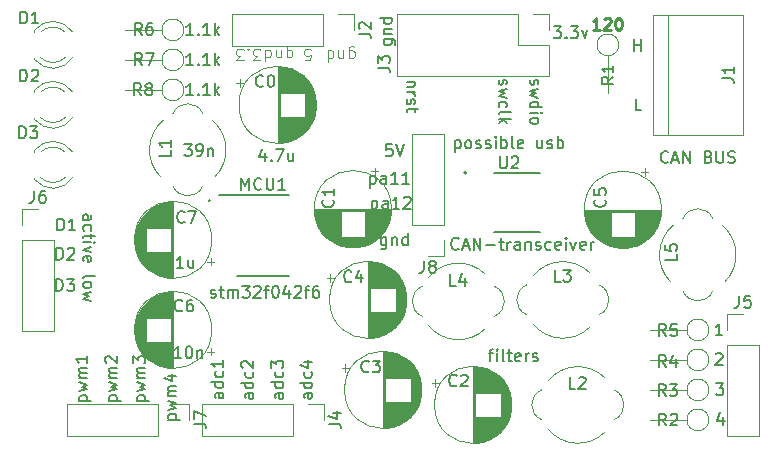
<source format=gbr>
G04 #@! TF.GenerationSoftware,KiCad,Pcbnew,5.1.5+dfsg1-2build2*
G04 #@! TF.CreationDate,2020-12-30T20:24:06+01:00*
G04 #@! TF.ProjectId,stm32f0can,73746d33-3266-4306-9361-6e2e6b696361,rev?*
G04 #@! TF.SameCoordinates,Original*
G04 #@! TF.FileFunction,Legend,Top*
G04 #@! TF.FilePolarity,Positive*
%FSLAX46Y46*%
G04 Gerber Fmt 4.6, Leading zero omitted, Abs format (unit mm)*
G04 Created by KiCad (PCBNEW 5.1.5+dfsg1-2build2) date 2020-12-30 20:24:06*
%MOMM*%
%LPD*%
G04 APERTURE LIST*
%ADD10C,0.150000*%
%ADD11C,0.100000*%
%ADD12C,0.250000*%
%ADD13C,0.120000*%
%ADD14C,0.127000*%
%ADD15C,0.200000*%
G04 APERTURE END LIST*
D10*
X116103400Y-113437942D02*
X116151019Y-113485561D01*
X116103400Y-113533180D01*
X116055780Y-113485561D01*
X116103400Y-113437942D01*
X116103400Y-113533180D01*
X105440219Y-115146533D02*
X105964028Y-115146533D01*
X106059266Y-115098914D01*
X106106885Y-115003676D01*
X106106885Y-114813200D01*
X106059266Y-114717961D01*
X105487838Y-115146533D02*
X105440219Y-115051295D01*
X105440219Y-114813200D01*
X105487838Y-114717961D01*
X105583076Y-114670342D01*
X105678314Y-114670342D01*
X105773552Y-114717961D01*
X105821171Y-114813200D01*
X105821171Y-115051295D01*
X105868790Y-115146533D01*
X105487838Y-116051295D02*
X105440219Y-115956057D01*
X105440219Y-115765580D01*
X105487838Y-115670342D01*
X105535457Y-115622723D01*
X105630695Y-115575104D01*
X105916409Y-115575104D01*
X106011647Y-115622723D01*
X106059266Y-115670342D01*
X106106885Y-115765580D01*
X106106885Y-115956057D01*
X106059266Y-116051295D01*
X106106885Y-116337009D02*
X106106885Y-116717961D01*
X106440219Y-116479866D02*
X105583076Y-116479866D01*
X105487838Y-116527485D01*
X105440219Y-116622723D01*
X105440219Y-116717961D01*
X105440219Y-117051295D02*
X106106885Y-117051295D01*
X106440219Y-117051295D02*
X106392600Y-117003676D01*
X106344980Y-117051295D01*
X106392600Y-117098914D01*
X106440219Y-117051295D01*
X106344980Y-117051295D01*
X106106885Y-117432247D02*
X105440219Y-117670342D01*
X106106885Y-117908438D01*
X105487838Y-118670342D02*
X105440219Y-118575104D01*
X105440219Y-118384628D01*
X105487838Y-118289390D01*
X105583076Y-118241771D01*
X105964028Y-118241771D01*
X106059266Y-118289390D01*
X106106885Y-118384628D01*
X106106885Y-118575104D01*
X106059266Y-118670342D01*
X105964028Y-118717961D01*
X105868790Y-118717961D01*
X105773552Y-118241771D01*
X105440219Y-120051295D02*
X105487838Y-119956057D01*
X105583076Y-119908438D01*
X106440219Y-119908438D01*
X105440219Y-120575104D02*
X105487838Y-120479866D01*
X105535457Y-120432247D01*
X105630695Y-120384628D01*
X105916409Y-120384628D01*
X106011647Y-120432247D01*
X106059266Y-120479866D01*
X106106885Y-120575104D01*
X106106885Y-120717961D01*
X106059266Y-120813200D01*
X106011647Y-120860819D01*
X105916409Y-120908438D01*
X105630695Y-120908438D01*
X105535457Y-120860819D01*
X105487838Y-120813200D01*
X105440219Y-120717961D01*
X105440219Y-120575104D01*
X106106885Y-121241771D02*
X105440219Y-121432247D01*
X105916409Y-121622723D01*
X105440219Y-121813200D01*
X106106885Y-122003676D01*
X136930380Y-108421514D02*
X136930380Y-109421514D01*
X136930380Y-108469133D02*
X137025619Y-108421514D01*
X137216095Y-108421514D01*
X137311333Y-108469133D01*
X137358952Y-108516752D01*
X137406571Y-108611990D01*
X137406571Y-108897704D01*
X137358952Y-108992942D01*
X137311333Y-109040561D01*
X137216095Y-109088180D01*
X137025619Y-109088180D01*
X136930380Y-109040561D01*
X137978000Y-109088180D02*
X137882761Y-109040561D01*
X137835142Y-108992942D01*
X137787523Y-108897704D01*
X137787523Y-108611990D01*
X137835142Y-108516752D01*
X137882761Y-108469133D01*
X137978000Y-108421514D01*
X138120857Y-108421514D01*
X138216095Y-108469133D01*
X138263714Y-108516752D01*
X138311333Y-108611990D01*
X138311333Y-108897704D01*
X138263714Y-108992942D01*
X138216095Y-109040561D01*
X138120857Y-109088180D01*
X137978000Y-109088180D01*
X138692285Y-109040561D02*
X138787523Y-109088180D01*
X138978000Y-109088180D01*
X139073238Y-109040561D01*
X139120857Y-108945323D01*
X139120857Y-108897704D01*
X139073238Y-108802466D01*
X138978000Y-108754847D01*
X138835142Y-108754847D01*
X138739904Y-108707228D01*
X138692285Y-108611990D01*
X138692285Y-108564371D01*
X138739904Y-108469133D01*
X138835142Y-108421514D01*
X138978000Y-108421514D01*
X139073238Y-108469133D01*
X139501809Y-109040561D02*
X139597047Y-109088180D01*
X139787523Y-109088180D01*
X139882761Y-109040561D01*
X139930380Y-108945323D01*
X139930380Y-108897704D01*
X139882761Y-108802466D01*
X139787523Y-108754847D01*
X139644666Y-108754847D01*
X139549428Y-108707228D01*
X139501809Y-108611990D01*
X139501809Y-108564371D01*
X139549428Y-108469133D01*
X139644666Y-108421514D01*
X139787523Y-108421514D01*
X139882761Y-108469133D01*
X140358952Y-109088180D02*
X140358952Y-108421514D01*
X140358952Y-108088180D02*
X140311333Y-108135800D01*
X140358952Y-108183419D01*
X140406571Y-108135800D01*
X140358952Y-108088180D01*
X140358952Y-108183419D01*
X140835142Y-109088180D02*
X140835142Y-108088180D01*
X140835142Y-108469133D02*
X140930380Y-108421514D01*
X141120857Y-108421514D01*
X141216095Y-108469133D01*
X141263714Y-108516752D01*
X141311333Y-108611990D01*
X141311333Y-108897704D01*
X141263714Y-108992942D01*
X141216095Y-109040561D01*
X141120857Y-109088180D01*
X140930380Y-109088180D01*
X140835142Y-109040561D01*
X141882761Y-109088180D02*
X141787523Y-109040561D01*
X141739904Y-108945323D01*
X141739904Y-108088180D01*
X142644666Y-109040561D02*
X142549428Y-109088180D01*
X142358952Y-109088180D01*
X142263714Y-109040561D01*
X142216095Y-108945323D01*
X142216095Y-108564371D01*
X142263714Y-108469133D01*
X142358952Y-108421514D01*
X142549428Y-108421514D01*
X142644666Y-108469133D01*
X142692285Y-108564371D01*
X142692285Y-108659609D01*
X142216095Y-108754847D01*
X144311333Y-108421514D02*
X144311333Y-109088180D01*
X143882761Y-108421514D02*
X143882761Y-108945323D01*
X143930380Y-109040561D01*
X144025619Y-109088180D01*
X144168476Y-109088180D01*
X144263714Y-109040561D01*
X144311333Y-108992942D01*
X144739904Y-109040561D02*
X144835142Y-109088180D01*
X145025619Y-109088180D01*
X145120857Y-109040561D01*
X145168476Y-108945323D01*
X145168476Y-108897704D01*
X145120857Y-108802466D01*
X145025619Y-108754847D01*
X144882761Y-108754847D01*
X144787523Y-108707228D01*
X144739904Y-108611990D01*
X144739904Y-108564371D01*
X144787523Y-108469133D01*
X144882761Y-108421514D01*
X145025619Y-108421514D01*
X145120857Y-108469133D01*
X145597047Y-109088180D02*
X145597047Y-108088180D01*
X145597047Y-108469133D02*
X145692285Y-108421514D01*
X145882761Y-108421514D01*
X145978000Y-108469133D01*
X146025619Y-108516752D01*
X146073238Y-108611990D01*
X146073238Y-108897704D01*
X146025619Y-108992942D01*
X145978000Y-109040561D01*
X145882761Y-109088180D01*
X145692285Y-109088180D01*
X145597047Y-109040561D01*
X139765352Y-126455514D02*
X140146304Y-126455514D01*
X139908209Y-127122180D02*
X139908209Y-126265038D01*
X139955828Y-126169800D01*
X140051066Y-126122180D01*
X140146304Y-126122180D01*
X140479638Y-127122180D02*
X140479638Y-126455514D01*
X140479638Y-126122180D02*
X140432019Y-126169800D01*
X140479638Y-126217419D01*
X140527257Y-126169800D01*
X140479638Y-126122180D01*
X140479638Y-126217419D01*
X141098685Y-127122180D02*
X141003447Y-127074561D01*
X140955828Y-126979323D01*
X140955828Y-126122180D01*
X141336780Y-126455514D02*
X141717733Y-126455514D01*
X141479638Y-126122180D02*
X141479638Y-126979323D01*
X141527257Y-127074561D01*
X141622495Y-127122180D01*
X141717733Y-127122180D01*
X142432019Y-127074561D02*
X142336780Y-127122180D01*
X142146304Y-127122180D01*
X142051066Y-127074561D01*
X142003447Y-126979323D01*
X142003447Y-126598371D01*
X142051066Y-126503133D01*
X142146304Y-126455514D01*
X142336780Y-126455514D01*
X142432019Y-126503133D01*
X142479638Y-126598371D01*
X142479638Y-126693609D01*
X142003447Y-126788847D01*
X142908209Y-127122180D02*
X142908209Y-126455514D01*
X142908209Y-126645990D02*
X142955828Y-126550752D01*
X143003447Y-126503133D01*
X143098685Y-126455514D01*
X143193923Y-126455514D01*
X143479638Y-127074561D02*
X143574876Y-127122180D01*
X143765352Y-127122180D01*
X143860590Y-127074561D01*
X143908209Y-126979323D01*
X143908209Y-126931704D01*
X143860590Y-126836466D01*
X143765352Y-126788847D01*
X143622495Y-126788847D01*
X143527257Y-126741228D01*
X143479638Y-126645990D01*
X143479638Y-126598371D01*
X143527257Y-126503133D01*
X143622495Y-126455514D01*
X143765352Y-126455514D01*
X143860590Y-126503133D01*
X137214647Y-117578142D02*
X137167028Y-117625761D01*
X137024171Y-117673380D01*
X136928933Y-117673380D01*
X136786076Y-117625761D01*
X136690838Y-117530523D01*
X136643219Y-117435285D01*
X136595600Y-117244809D01*
X136595600Y-117101952D01*
X136643219Y-116911476D01*
X136690838Y-116816238D01*
X136786076Y-116721000D01*
X136928933Y-116673380D01*
X137024171Y-116673380D01*
X137167028Y-116721000D01*
X137214647Y-116768619D01*
X137595600Y-117387666D02*
X138071790Y-117387666D01*
X137500361Y-117673380D02*
X137833695Y-116673380D01*
X138167028Y-117673380D01*
X138500361Y-117673380D02*
X138500361Y-116673380D01*
X139071790Y-117673380D01*
X139071790Y-116673380D01*
X139547980Y-117292428D02*
X140309885Y-117292428D01*
X140643219Y-117006714D02*
X141024171Y-117006714D01*
X140786076Y-116673380D02*
X140786076Y-117530523D01*
X140833695Y-117625761D01*
X140928933Y-117673380D01*
X141024171Y-117673380D01*
X141357504Y-117673380D02*
X141357504Y-117006714D01*
X141357504Y-117197190D02*
X141405123Y-117101952D01*
X141452742Y-117054333D01*
X141547980Y-117006714D01*
X141643219Y-117006714D01*
X142405123Y-117673380D02*
X142405123Y-117149571D01*
X142357504Y-117054333D01*
X142262266Y-117006714D01*
X142071790Y-117006714D01*
X141976552Y-117054333D01*
X142405123Y-117625761D02*
X142309885Y-117673380D01*
X142071790Y-117673380D01*
X141976552Y-117625761D01*
X141928933Y-117530523D01*
X141928933Y-117435285D01*
X141976552Y-117340047D01*
X142071790Y-117292428D01*
X142309885Y-117292428D01*
X142405123Y-117244809D01*
X142881314Y-117006714D02*
X142881314Y-117673380D01*
X142881314Y-117101952D02*
X142928933Y-117054333D01*
X143024171Y-117006714D01*
X143167028Y-117006714D01*
X143262266Y-117054333D01*
X143309885Y-117149571D01*
X143309885Y-117673380D01*
X143738457Y-117625761D02*
X143833695Y-117673380D01*
X144024171Y-117673380D01*
X144119409Y-117625761D01*
X144167028Y-117530523D01*
X144167028Y-117482904D01*
X144119409Y-117387666D01*
X144024171Y-117340047D01*
X143881314Y-117340047D01*
X143786076Y-117292428D01*
X143738457Y-117197190D01*
X143738457Y-117149571D01*
X143786076Y-117054333D01*
X143881314Y-117006714D01*
X144024171Y-117006714D01*
X144119409Y-117054333D01*
X145024171Y-117625761D02*
X144928933Y-117673380D01*
X144738457Y-117673380D01*
X144643219Y-117625761D01*
X144595600Y-117578142D01*
X144547980Y-117482904D01*
X144547980Y-117197190D01*
X144595600Y-117101952D01*
X144643219Y-117054333D01*
X144738457Y-117006714D01*
X144928933Y-117006714D01*
X145024171Y-117054333D01*
X145833695Y-117625761D02*
X145738457Y-117673380D01*
X145547980Y-117673380D01*
X145452742Y-117625761D01*
X145405123Y-117530523D01*
X145405123Y-117149571D01*
X145452742Y-117054333D01*
X145547980Y-117006714D01*
X145738457Y-117006714D01*
X145833695Y-117054333D01*
X145881314Y-117149571D01*
X145881314Y-117244809D01*
X145405123Y-117340047D01*
X146309885Y-117673380D02*
X146309885Y-117006714D01*
X146309885Y-116673380D02*
X146262266Y-116721000D01*
X146309885Y-116768619D01*
X146357504Y-116721000D01*
X146309885Y-116673380D01*
X146309885Y-116768619D01*
X146690838Y-117006714D02*
X146928933Y-117673380D01*
X147167028Y-117006714D01*
X147928933Y-117625761D02*
X147833695Y-117673380D01*
X147643219Y-117673380D01*
X147547980Y-117625761D01*
X147500361Y-117530523D01*
X147500361Y-117149571D01*
X147547980Y-117054333D01*
X147643219Y-117006714D01*
X147833695Y-117006714D01*
X147928933Y-117054333D01*
X147976552Y-117149571D01*
X147976552Y-117244809D01*
X147500361Y-117340047D01*
X148405123Y-117673380D02*
X148405123Y-117006714D01*
X148405123Y-117197190D02*
X148452742Y-117101952D01*
X148500361Y-117054333D01*
X148595600Y-117006714D01*
X148690838Y-117006714D01*
X129876752Y-113526914D02*
X129876752Y-114526914D01*
X129876752Y-113574533D02*
X129971990Y-113526914D01*
X130162466Y-113526914D01*
X130257704Y-113574533D01*
X130305323Y-113622152D01*
X130352942Y-113717390D01*
X130352942Y-114003104D01*
X130305323Y-114098342D01*
X130257704Y-114145961D01*
X130162466Y-114193580D01*
X129971990Y-114193580D01*
X129876752Y-114145961D01*
X131210085Y-114193580D02*
X131210085Y-113669771D01*
X131162466Y-113574533D01*
X131067228Y-113526914D01*
X130876752Y-113526914D01*
X130781514Y-113574533D01*
X131210085Y-114145961D02*
X131114847Y-114193580D01*
X130876752Y-114193580D01*
X130781514Y-114145961D01*
X130733895Y-114050723D01*
X130733895Y-113955485D01*
X130781514Y-113860247D01*
X130876752Y-113812628D01*
X131114847Y-113812628D01*
X131210085Y-113765009D01*
X132210085Y-114193580D02*
X131638657Y-114193580D01*
X131924371Y-114193580D02*
X131924371Y-113193580D01*
X131829133Y-113336438D01*
X131733895Y-113431676D01*
X131638657Y-113479295D01*
X132591038Y-113288819D02*
X132638657Y-113241200D01*
X132733895Y-113193580D01*
X132971990Y-113193580D01*
X133067228Y-113241200D01*
X133114847Y-113288819D01*
X133162466Y-113384057D01*
X133162466Y-113479295D01*
X133114847Y-113622152D01*
X132543419Y-114193580D01*
X133162466Y-114193580D01*
X129749752Y-111418714D02*
X129749752Y-112418714D01*
X129749752Y-111466333D02*
X129844990Y-111418714D01*
X130035466Y-111418714D01*
X130130704Y-111466333D01*
X130178323Y-111513952D01*
X130225942Y-111609190D01*
X130225942Y-111894904D01*
X130178323Y-111990142D01*
X130130704Y-112037761D01*
X130035466Y-112085380D01*
X129844990Y-112085380D01*
X129749752Y-112037761D01*
X131083085Y-112085380D02*
X131083085Y-111561571D01*
X131035466Y-111466333D01*
X130940228Y-111418714D01*
X130749752Y-111418714D01*
X130654514Y-111466333D01*
X131083085Y-112037761D02*
X130987847Y-112085380D01*
X130749752Y-112085380D01*
X130654514Y-112037761D01*
X130606895Y-111942523D01*
X130606895Y-111847285D01*
X130654514Y-111752047D01*
X130749752Y-111704428D01*
X130987847Y-111704428D01*
X131083085Y-111656809D01*
X132083085Y-112085380D02*
X131511657Y-112085380D01*
X131797371Y-112085380D02*
X131797371Y-111085380D01*
X131702133Y-111228238D01*
X131606895Y-111323476D01*
X131511657Y-111371095D01*
X133035466Y-112085380D02*
X132464038Y-112085380D01*
X132749752Y-112085380D02*
X132749752Y-111085380D01*
X132654514Y-111228238D01*
X132559276Y-111323476D01*
X132464038Y-111371095D01*
X131110123Y-116625714D02*
X131110123Y-117435238D01*
X131062504Y-117530476D01*
X131014885Y-117578095D01*
X130919647Y-117625714D01*
X130776790Y-117625714D01*
X130681552Y-117578095D01*
X131110123Y-117244761D02*
X131014885Y-117292380D01*
X130824409Y-117292380D01*
X130729171Y-117244761D01*
X130681552Y-117197142D01*
X130633933Y-117101904D01*
X130633933Y-116816190D01*
X130681552Y-116720952D01*
X130729171Y-116673333D01*
X130824409Y-116625714D01*
X131014885Y-116625714D01*
X131110123Y-116673333D01*
X131586314Y-116625714D02*
X131586314Y-117292380D01*
X131586314Y-116720952D02*
X131633933Y-116673333D01*
X131729171Y-116625714D01*
X131872028Y-116625714D01*
X131967266Y-116673333D01*
X132014885Y-116768571D01*
X132014885Y-117292380D01*
X132919647Y-117292380D02*
X132919647Y-116292380D01*
X132919647Y-117244761D02*
X132824409Y-117292380D01*
X132633933Y-117292380D01*
X132538695Y-117244761D01*
X132491076Y-117197142D01*
X132443457Y-117101904D01*
X132443457Y-116816190D01*
X132491076Y-116720952D01*
X132538695Y-116673333D01*
X132633933Y-116625714D01*
X132824409Y-116625714D01*
X132919647Y-116673333D01*
X131584723Y-108748580D02*
X131108533Y-108748580D01*
X131060914Y-109224771D01*
X131108533Y-109177152D01*
X131203771Y-109129533D01*
X131441866Y-109129533D01*
X131537104Y-109177152D01*
X131584723Y-109224771D01*
X131632342Y-109320009D01*
X131632342Y-109558104D01*
X131584723Y-109653342D01*
X131537104Y-109700961D01*
X131441866Y-109748580D01*
X131203771Y-109748580D01*
X131108533Y-109700961D01*
X131060914Y-109653342D01*
X131918057Y-108748580D02*
X132251390Y-109748580D01*
X132584723Y-108748580D01*
X133488085Y-103459114D02*
X132821419Y-103459114D01*
X133392847Y-103459114D02*
X133440466Y-103506733D01*
X133488085Y-103601971D01*
X133488085Y-103744828D01*
X133440466Y-103840066D01*
X133345228Y-103887685D01*
X132821419Y-103887685D01*
X132821419Y-104363876D02*
X133488085Y-104363876D01*
X133297609Y-104363876D02*
X133392847Y-104411495D01*
X133440466Y-104459114D01*
X133488085Y-104554352D01*
X133488085Y-104649590D01*
X132869038Y-104935304D02*
X132821419Y-105030542D01*
X132821419Y-105221019D01*
X132869038Y-105316257D01*
X132964276Y-105363876D01*
X133011895Y-105363876D01*
X133107133Y-105316257D01*
X133154752Y-105221019D01*
X133154752Y-105078161D01*
X133202371Y-104982923D01*
X133297609Y-104935304D01*
X133345228Y-104935304D01*
X133440466Y-104982923D01*
X133488085Y-105078161D01*
X133488085Y-105221019D01*
X133440466Y-105316257D01*
X133488085Y-105649590D02*
X133488085Y-106030542D01*
X133821419Y-105792447D02*
X132964276Y-105792447D01*
X132869038Y-105840066D01*
X132821419Y-105935304D01*
X132821419Y-106030542D01*
X154956190Y-110237542D02*
X154908571Y-110285161D01*
X154765714Y-110332780D01*
X154670476Y-110332780D01*
X154527619Y-110285161D01*
X154432380Y-110189923D01*
X154384761Y-110094685D01*
X154337142Y-109904209D01*
X154337142Y-109761352D01*
X154384761Y-109570876D01*
X154432380Y-109475638D01*
X154527619Y-109380400D01*
X154670476Y-109332780D01*
X154765714Y-109332780D01*
X154908571Y-109380400D01*
X154956190Y-109428019D01*
X155337142Y-110047066D02*
X155813333Y-110047066D01*
X155241904Y-110332780D02*
X155575238Y-109332780D01*
X155908571Y-110332780D01*
X156241904Y-110332780D02*
X156241904Y-109332780D01*
X156813333Y-110332780D01*
X156813333Y-109332780D01*
X158384761Y-109808971D02*
X158527619Y-109856590D01*
X158575238Y-109904209D01*
X158622857Y-109999447D01*
X158622857Y-110142304D01*
X158575238Y-110237542D01*
X158527619Y-110285161D01*
X158432380Y-110332780D01*
X158051428Y-110332780D01*
X158051428Y-109332780D01*
X158384761Y-109332780D01*
X158480000Y-109380400D01*
X158527619Y-109428019D01*
X158575238Y-109523257D01*
X158575238Y-109618495D01*
X158527619Y-109713733D01*
X158480000Y-109761352D01*
X158384761Y-109808971D01*
X158051428Y-109808971D01*
X159051428Y-109332780D02*
X159051428Y-110142304D01*
X159099047Y-110237542D01*
X159146666Y-110285161D01*
X159241904Y-110332780D01*
X159432380Y-110332780D01*
X159527619Y-110285161D01*
X159575238Y-110237542D01*
X159622857Y-110142304D01*
X159622857Y-109332780D01*
X160051428Y-110285161D02*
X160194285Y-110332780D01*
X160432380Y-110332780D01*
X160527619Y-110285161D01*
X160575238Y-110237542D01*
X160622857Y-110142304D01*
X160622857Y-110047066D01*
X160575238Y-109951828D01*
X160527619Y-109904209D01*
X160432380Y-109856590D01*
X160241904Y-109808971D01*
X160146666Y-109761352D01*
X160099047Y-109713733D01*
X160051428Y-109618495D01*
X160051428Y-109523257D01*
X160099047Y-109428019D01*
X160146666Y-109380400D01*
X160241904Y-109332780D01*
X160480000Y-109332780D01*
X160622857Y-109380400D01*
X159600876Y-131814914D02*
X159600876Y-132481580D01*
X159362780Y-131433961D02*
X159124685Y-132148247D01*
X159743733Y-132148247D01*
X159026266Y-128992380D02*
X159645314Y-128992380D01*
X159311980Y-129373333D01*
X159454838Y-129373333D01*
X159550076Y-129420952D01*
X159597695Y-129468571D01*
X159645314Y-129563809D01*
X159645314Y-129801904D01*
X159597695Y-129897142D01*
X159550076Y-129944761D01*
X159454838Y-129992380D01*
X159169123Y-129992380D01*
X159073885Y-129944761D01*
X159026266Y-129897142D01*
X158997685Y-126547619D02*
X159045304Y-126500000D01*
X159140542Y-126452380D01*
X159378638Y-126452380D01*
X159473876Y-126500000D01*
X159521495Y-126547619D01*
X159569114Y-126642857D01*
X159569114Y-126738095D01*
X159521495Y-126880952D01*
X158950066Y-127452380D01*
X159569114Y-127452380D01*
X159543714Y-124937780D02*
X158972285Y-124937780D01*
X159258000Y-124937780D02*
X159258000Y-123937780D01*
X159162761Y-124080638D01*
X159067523Y-124175876D01*
X158972285Y-124223495D01*
X124810780Y-129844657D02*
X124286971Y-129844657D01*
X124191733Y-129892276D01*
X124144114Y-129987514D01*
X124144114Y-130177990D01*
X124191733Y-130273228D01*
X124763161Y-129844657D02*
X124810780Y-129939895D01*
X124810780Y-130177990D01*
X124763161Y-130273228D01*
X124667923Y-130320847D01*
X124572685Y-130320847D01*
X124477447Y-130273228D01*
X124429828Y-130177990D01*
X124429828Y-129939895D01*
X124382209Y-129844657D01*
X124810780Y-128939895D02*
X123810780Y-128939895D01*
X124763161Y-128939895D02*
X124810780Y-129035133D01*
X124810780Y-129225609D01*
X124763161Y-129320847D01*
X124715542Y-129368466D01*
X124620304Y-129416085D01*
X124334590Y-129416085D01*
X124239352Y-129368466D01*
X124191733Y-129320847D01*
X124144114Y-129225609D01*
X124144114Y-129035133D01*
X124191733Y-128939895D01*
X124763161Y-128035133D02*
X124810780Y-128130371D01*
X124810780Y-128320847D01*
X124763161Y-128416085D01*
X124715542Y-128463704D01*
X124620304Y-128511323D01*
X124334590Y-128511323D01*
X124239352Y-128463704D01*
X124191733Y-128416085D01*
X124144114Y-128320847D01*
X124144114Y-128130371D01*
X124191733Y-128035133D01*
X124144114Y-127177990D02*
X124810780Y-127177990D01*
X123763161Y-127416085D02*
X124477447Y-127654180D01*
X124477447Y-127035133D01*
X122372380Y-129819257D02*
X121848571Y-129819257D01*
X121753333Y-129866876D01*
X121705714Y-129962114D01*
X121705714Y-130152590D01*
X121753333Y-130247828D01*
X122324761Y-129819257D02*
X122372380Y-129914495D01*
X122372380Y-130152590D01*
X122324761Y-130247828D01*
X122229523Y-130295447D01*
X122134285Y-130295447D01*
X122039047Y-130247828D01*
X121991428Y-130152590D01*
X121991428Y-129914495D01*
X121943809Y-129819257D01*
X122372380Y-128914495D02*
X121372380Y-128914495D01*
X122324761Y-128914495D02*
X122372380Y-129009733D01*
X122372380Y-129200209D01*
X122324761Y-129295447D01*
X122277142Y-129343066D01*
X122181904Y-129390685D01*
X121896190Y-129390685D01*
X121800952Y-129343066D01*
X121753333Y-129295447D01*
X121705714Y-129200209D01*
X121705714Y-129009733D01*
X121753333Y-128914495D01*
X122324761Y-128009733D02*
X122372380Y-128104971D01*
X122372380Y-128295447D01*
X122324761Y-128390685D01*
X122277142Y-128438304D01*
X122181904Y-128485923D01*
X121896190Y-128485923D01*
X121800952Y-128438304D01*
X121753333Y-128390685D01*
X121705714Y-128295447D01*
X121705714Y-128104971D01*
X121753333Y-128009733D01*
X121372380Y-127676400D02*
X121372380Y-127057352D01*
X121753333Y-127390685D01*
X121753333Y-127247828D01*
X121800952Y-127152590D01*
X121848571Y-127104971D01*
X121943809Y-127057352D01*
X122181904Y-127057352D01*
X122277142Y-127104971D01*
X122324761Y-127152590D01*
X122372380Y-127247828D01*
X122372380Y-127533542D01*
X122324761Y-127628780D01*
X122277142Y-127676400D01*
X119832380Y-129844657D02*
X119308571Y-129844657D01*
X119213333Y-129892276D01*
X119165714Y-129987514D01*
X119165714Y-130177990D01*
X119213333Y-130273228D01*
X119784761Y-129844657D02*
X119832380Y-129939895D01*
X119832380Y-130177990D01*
X119784761Y-130273228D01*
X119689523Y-130320847D01*
X119594285Y-130320847D01*
X119499047Y-130273228D01*
X119451428Y-130177990D01*
X119451428Y-129939895D01*
X119403809Y-129844657D01*
X119832380Y-128939895D02*
X118832380Y-128939895D01*
X119784761Y-128939895D02*
X119832380Y-129035133D01*
X119832380Y-129225609D01*
X119784761Y-129320847D01*
X119737142Y-129368466D01*
X119641904Y-129416085D01*
X119356190Y-129416085D01*
X119260952Y-129368466D01*
X119213333Y-129320847D01*
X119165714Y-129225609D01*
X119165714Y-129035133D01*
X119213333Y-128939895D01*
X119784761Y-128035133D02*
X119832380Y-128130371D01*
X119832380Y-128320847D01*
X119784761Y-128416085D01*
X119737142Y-128463704D01*
X119641904Y-128511323D01*
X119356190Y-128511323D01*
X119260952Y-128463704D01*
X119213333Y-128416085D01*
X119165714Y-128320847D01*
X119165714Y-128130371D01*
X119213333Y-128035133D01*
X118927619Y-127654180D02*
X118880000Y-127606561D01*
X118832380Y-127511323D01*
X118832380Y-127273228D01*
X118880000Y-127177990D01*
X118927619Y-127130371D01*
X119022857Y-127082752D01*
X119118095Y-127082752D01*
X119260952Y-127130371D01*
X119832380Y-127701800D01*
X119832380Y-127082752D01*
X117292380Y-129793857D02*
X116768571Y-129793857D01*
X116673333Y-129841476D01*
X116625714Y-129936714D01*
X116625714Y-130127190D01*
X116673333Y-130222428D01*
X117244761Y-129793857D02*
X117292380Y-129889095D01*
X117292380Y-130127190D01*
X117244761Y-130222428D01*
X117149523Y-130270047D01*
X117054285Y-130270047D01*
X116959047Y-130222428D01*
X116911428Y-130127190D01*
X116911428Y-129889095D01*
X116863809Y-129793857D01*
X117292380Y-128889095D02*
X116292380Y-128889095D01*
X117244761Y-128889095D02*
X117292380Y-128984333D01*
X117292380Y-129174809D01*
X117244761Y-129270047D01*
X117197142Y-129317666D01*
X117101904Y-129365285D01*
X116816190Y-129365285D01*
X116720952Y-129317666D01*
X116673333Y-129270047D01*
X116625714Y-129174809D01*
X116625714Y-128984333D01*
X116673333Y-128889095D01*
X117244761Y-127984333D02*
X117292380Y-128079571D01*
X117292380Y-128270047D01*
X117244761Y-128365285D01*
X117197142Y-128412904D01*
X117101904Y-128460523D01*
X116816190Y-128460523D01*
X116720952Y-128412904D01*
X116673333Y-128365285D01*
X116625714Y-128270047D01*
X116625714Y-128079571D01*
X116673333Y-127984333D01*
X117292380Y-127031952D02*
X117292380Y-127603380D01*
X117292380Y-127317666D02*
X116292380Y-127317666D01*
X116435238Y-127412904D01*
X116530476Y-127508142D01*
X116578095Y-127603380D01*
X112637914Y-132055952D02*
X113637914Y-132055952D01*
X112685533Y-132055952D02*
X112637914Y-131960714D01*
X112637914Y-131770238D01*
X112685533Y-131675000D01*
X112733152Y-131627380D01*
X112828390Y-131579761D01*
X113114104Y-131579761D01*
X113209342Y-131627380D01*
X113256961Y-131675000D01*
X113304580Y-131770238D01*
X113304580Y-131960714D01*
X113256961Y-132055952D01*
X112637914Y-131246428D02*
X113304580Y-131055952D01*
X112828390Y-130865476D01*
X113304580Y-130675000D01*
X112637914Y-130484523D01*
X113304580Y-130103571D02*
X112637914Y-130103571D01*
X112733152Y-130103571D02*
X112685533Y-130055952D01*
X112637914Y-129960714D01*
X112637914Y-129817857D01*
X112685533Y-129722619D01*
X112780771Y-129675000D01*
X113304580Y-129675000D01*
X112780771Y-129675000D02*
X112685533Y-129627380D01*
X112637914Y-129532142D01*
X112637914Y-129389285D01*
X112685533Y-129294047D01*
X112780771Y-129246428D01*
X113304580Y-129246428D01*
X112637914Y-128341666D02*
X113304580Y-128341666D01*
X112256961Y-128579761D02*
X112971247Y-128817857D01*
X112971247Y-128198809D01*
X110021714Y-130481152D02*
X111021714Y-130481152D01*
X110069333Y-130481152D02*
X110021714Y-130385914D01*
X110021714Y-130195438D01*
X110069333Y-130100200D01*
X110116952Y-130052580D01*
X110212190Y-130004961D01*
X110497904Y-130004961D01*
X110593142Y-130052580D01*
X110640761Y-130100200D01*
X110688380Y-130195438D01*
X110688380Y-130385914D01*
X110640761Y-130481152D01*
X110021714Y-129671628D02*
X110688380Y-129481152D01*
X110212190Y-129290676D01*
X110688380Y-129100200D01*
X110021714Y-128909723D01*
X110688380Y-128528771D02*
X110021714Y-128528771D01*
X110116952Y-128528771D02*
X110069333Y-128481152D01*
X110021714Y-128385914D01*
X110021714Y-128243057D01*
X110069333Y-128147819D01*
X110164571Y-128100200D01*
X110688380Y-128100200D01*
X110164571Y-128100200D02*
X110069333Y-128052580D01*
X110021714Y-127957342D01*
X110021714Y-127814485D01*
X110069333Y-127719247D01*
X110164571Y-127671628D01*
X110688380Y-127671628D01*
X109688380Y-127290676D02*
X109688380Y-126671628D01*
X110069333Y-127004961D01*
X110069333Y-126862104D01*
X110116952Y-126766866D01*
X110164571Y-126719247D01*
X110259809Y-126671628D01*
X110497904Y-126671628D01*
X110593142Y-126719247D01*
X110640761Y-126766866D01*
X110688380Y-126862104D01*
X110688380Y-127147819D01*
X110640761Y-127243057D01*
X110593142Y-127290676D01*
X107634114Y-130481152D02*
X108634114Y-130481152D01*
X107681733Y-130481152D02*
X107634114Y-130385914D01*
X107634114Y-130195438D01*
X107681733Y-130100200D01*
X107729352Y-130052580D01*
X107824590Y-130004961D01*
X108110304Y-130004961D01*
X108205542Y-130052580D01*
X108253161Y-130100200D01*
X108300780Y-130195438D01*
X108300780Y-130385914D01*
X108253161Y-130481152D01*
X107634114Y-129671628D02*
X108300780Y-129481152D01*
X107824590Y-129290676D01*
X108300780Y-129100200D01*
X107634114Y-128909723D01*
X108300780Y-128528771D02*
X107634114Y-128528771D01*
X107729352Y-128528771D02*
X107681733Y-128481152D01*
X107634114Y-128385914D01*
X107634114Y-128243057D01*
X107681733Y-128147819D01*
X107776971Y-128100200D01*
X108300780Y-128100200D01*
X107776971Y-128100200D02*
X107681733Y-128052580D01*
X107634114Y-127957342D01*
X107634114Y-127814485D01*
X107681733Y-127719247D01*
X107776971Y-127671628D01*
X108300780Y-127671628D01*
X107396019Y-127243057D02*
X107348400Y-127195438D01*
X107300780Y-127100200D01*
X107300780Y-126862104D01*
X107348400Y-126766866D01*
X107396019Y-126719247D01*
X107491257Y-126671628D01*
X107586495Y-126671628D01*
X107729352Y-126719247D01*
X108300780Y-127290676D01*
X108300780Y-126671628D01*
X105119514Y-130481152D02*
X106119514Y-130481152D01*
X105167133Y-130481152D02*
X105119514Y-130385914D01*
X105119514Y-130195438D01*
X105167133Y-130100200D01*
X105214752Y-130052580D01*
X105309990Y-130004961D01*
X105595704Y-130004961D01*
X105690942Y-130052580D01*
X105738561Y-130100200D01*
X105786180Y-130195438D01*
X105786180Y-130385914D01*
X105738561Y-130481152D01*
X105119514Y-129671628D02*
X105786180Y-129481152D01*
X105309990Y-129290676D01*
X105786180Y-129100200D01*
X105119514Y-128909723D01*
X105786180Y-128528771D02*
X105119514Y-128528771D01*
X105214752Y-128528771D02*
X105167133Y-128481152D01*
X105119514Y-128385914D01*
X105119514Y-128243057D01*
X105167133Y-128147819D01*
X105262371Y-128100200D01*
X105786180Y-128100200D01*
X105262371Y-128100200D02*
X105167133Y-128052580D01*
X105119514Y-127957342D01*
X105119514Y-127814485D01*
X105167133Y-127719247D01*
X105262371Y-127671628D01*
X105786180Y-127671628D01*
X105786180Y-126671628D02*
X105786180Y-127243057D01*
X105786180Y-126957342D02*
X104786180Y-126957342D01*
X104929038Y-127052580D01*
X105024276Y-127147819D01*
X105071895Y-127243057D01*
X116232561Y-121689761D02*
X116327800Y-121737380D01*
X116518276Y-121737380D01*
X116613514Y-121689761D01*
X116661133Y-121594523D01*
X116661133Y-121546904D01*
X116613514Y-121451666D01*
X116518276Y-121404047D01*
X116375419Y-121404047D01*
X116280180Y-121356428D01*
X116232561Y-121261190D01*
X116232561Y-121213571D01*
X116280180Y-121118333D01*
X116375419Y-121070714D01*
X116518276Y-121070714D01*
X116613514Y-121118333D01*
X116946847Y-121070714D02*
X117327800Y-121070714D01*
X117089704Y-120737380D02*
X117089704Y-121594523D01*
X117137323Y-121689761D01*
X117232561Y-121737380D01*
X117327800Y-121737380D01*
X117661133Y-121737380D02*
X117661133Y-121070714D01*
X117661133Y-121165952D02*
X117708752Y-121118333D01*
X117803990Y-121070714D01*
X117946847Y-121070714D01*
X118042085Y-121118333D01*
X118089704Y-121213571D01*
X118089704Y-121737380D01*
X118089704Y-121213571D02*
X118137323Y-121118333D01*
X118232561Y-121070714D01*
X118375419Y-121070714D01*
X118470657Y-121118333D01*
X118518276Y-121213571D01*
X118518276Y-121737380D01*
X118899228Y-120737380D02*
X119518276Y-120737380D01*
X119184942Y-121118333D01*
X119327800Y-121118333D01*
X119423038Y-121165952D01*
X119470657Y-121213571D01*
X119518276Y-121308809D01*
X119518276Y-121546904D01*
X119470657Y-121642142D01*
X119423038Y-121689761D01*
X119327800Y-121737380D01*
X119042085Y-121737380D01*
X118946847Y-121689761D01*
X118899228Y-121642142D01*
X119899228Y-120832619D02*
X119946847Y-120785000D01*
X120042085Y-120737380D01*
X120280180Y-120737380D01*
X120375419Y-120785000D01*
X120423038Y-120832619D01*
X120470657Y-120927857D01*
X120470657Y-121023095D01*
X120423038Y-121165952D01*
X119851609Y-121737380D01*
X120470657Y-121737380D01*
X120756371Y-121070714D02*
X121137323Y-121070714D01*
X120899228Y-121737380D02*
X120899228Y-120880238D01*
X120946847Y-120785000D01*
X121042085Y-120737380D01*
X121137323Y-120737380D01*
X121661133Y-120737380D02*
X121756371Y-120737380D01*
X121851609Y-120785000D01*
X121899228Y-120832619D01*
X121946847Y-120927857D01*
X121994466Y-121118333D01*
X121994466Y-121356428D01*
X121946847Y-121546904D01*
X121899228Y-121642142D01*
X121851609Y-121689761D01*
X121756371Y-121737380D01*
X121661133Y-121737380D01*
X121565895Y-121689761D01*
X121518276Y-121642142D01*
X121470657Y-121546904D01*
X121423038Y-121356428D01*
X121423038Y-121118333D01*
X121470657Y-120927857D01*
X121518276Y-120832619D01*
X121565895Y-120785000D01*
X121661133Y-120737380D01*
X122851609Y-121070714D02*
X122851609Y-121737380D01*
X122613514Y-120689761D02*
X122375419Y-121404047D01*
X122994466Y-121404047D01*
X123327800Y-120832619D02*
X123375419Y-120785000D01*
X123470657Y-120737380D01*
X123708752Y-120737380D01*
X123803990Y-120785000D01*
X123851609Y-120832619D01*
X123899228Y-120927857D01*
X123899228Y-121023095D01*
X123851609Y-121165952D01*
X123280180Y-121737380D01*
X123899228Y-121737380D01*
X124184942Y-121070714D02*
X124565895Y-121070714D01*
X124327800Y-121737380D02*
X124327800Y-120880238D01*
X124375419Y-120785000D01*
X124470657Y-120737380D01*
X124565895Y-120737380D01*
X125327800Y-120737380D02*
X125137323Y-120737380D01*
X125042085Y-120785000D01*
X124994466Y-120832619D01*
X124899228Y-120975476D01*
X124851609Y-121165952D01*
X124851609Y-121546904D01*
X124899228Y-121642142D01*
X124946847Y-121689761D01*
X125042085Y-121737380D01*
X125232561Y-121737380D01*
X125327800Y-121689761D01*
X125375419Y-121642142D01*
X125423038Y-121546904D01*
X125423038Y-121308809D01*
X125375419Y-121213571D01*
X125327800Y-121165952D01*
X125232561Y-121118333D01*
X125042085Y-121118333D01*
X124946847Y-121165952D01*
X124899228Y-121213571D01*
X124851609Y-121308809D01*
X113720642Y-126855480D02*
X113149214Y-126855480D01*
X113434928Y-126855480D02*
X113434928Y-125855480D01*
X113339690Y-125998338D01*
X113244452Y-126093576D01*
X113149214Y-126141195D01*
X114339690Y-125855480D02*
X114434928Y-125855480D01*
X114530166Y-125903100D01*
X114577785Y-125950719D01*
X114625404Y-126045957D01*
X114673023Y-126236433D01*
X114673023Y-126474528D01*
X114625404Y-126665004D01*
X114577785Y-126760242D01*
X114530166Y-126807861D01*
X114434928Y-126855480D01*
X114339690Y-126855480D01*
X114244452Y-126807861D01*
X114196833Y-126760242D01*
X114149214Y-126665004D01*
X114101595Y-126474528D01*
X114101595Y-126236433D01*
X114149214Y-126045957D01*
X114196833Y-125950719D01*
X114244452Y-125903100D01*
X114339690Y-125855480D01*
X115101595Y-126188814D02*
X115101595Y-126855480D01*
X115101595Y-126284052D02*
X115149214Y-126236433D01*
X115244452Y-126188814D01*
X115387309Y-126188814D01*
X115482547Y-126236433D01*
X115530166Y-126331671D01*
X115530166Y-126855480D01*
X113917433Y-119222780D02*
X113346004Y-119222780D01*
X113631719Y-119222780D02*
X113631719Y-118222780D01*
X113536480Y-118365638D01*
X113441242Y-118460876D01*
X113346004Y-118508495D01*
X114774576Y-118556114D02*
X114774576Y-119222780D01*
X114346004Y-118556114D02*
X114346004Y-119079923D01*
X114393623Y-119175161D01*
X114488861Y-119222780D01*
X114631719Y-119222780D01*
X114726957Y-119175161D01*
X114774576Y-119127542D01*
X114003295Y-108735880D02*
X114622342Y-108735880D01*
X114289009Y-109116833D01*
X114431866Y-109116833D01*
X114527104Y-109164452D01*
X114574723Y-109212071D01*
X114622342Y-109307309D01*
X114622342Y-109545404D01*
X114574723Y-109640642D01*
X114527104Y-109688261D01*
X114431866Y-109735880D01*
X114146152Y-109735880D01*
X114050914Y-109688261D01*
X114003295Y-109640642D01*
X115098533Y-109735880D02*
X115289009Y-109735880D01*
X115384247Y-109688261D01*
X115431866Y-109640642D01*
X115527104Y-109497785D01*
X115574723Y-109307309D01*
X115574723Y-108926357D01*
X115527104Y-108831119D01*
X115479485Y-108783500D01*
X115384247Y-108735880D01*
X115193771Y-108735880D01*
X115098533Y-108783500D01*
X115050914Y-108831119D01*
X115003295Y-108926357D01*
X115003295Y-109164452D01*
X115050914Y-109259690D01*
X115098533Y-109307309D01*
X115193771Y-109354928D01*
X115384247Y-109354928D01*
X115479485Y-109307309D01*
X115527104Y-109259690D01*
X115574723Y-109164452D01*
X116003295Y-109069214D02*
X116003295Y-109735880D01*
X116003295Y-109164452D02*
X116050914Y-109116833D01*
X116146152Y-109069214D01*
X116289009Y-109069214D01*
X116384247Y-109116833D01*
X116431866Y-109212071D01*
X116431866Y-109735880D01*
X120829509Y-109513714D02*
X120829509Y-110180380D01*
X120591414Y-109132761D02*
X120353319Y-109847047D01*
X120972366Y-109847047D01*
X121353319Y-110085142D02*
X121400938Y-110132761D01*
X121353319Y-110180380D01*
X121305700Y-110132761D01*
X121353319Y-110085142D01*
X121353319Y-110180380D01*
X121734271Y-109180380D02*
X122400938Y-109180380D01*
X121972366Y-110180380D01*
X123210461Y-109513714D02*
X123210461Y-110180380D01*
X122781890Y-109513714D02*
X122781890Y-110037523D01*
X122829509Y-110132761D01*
X122924747Y-110180380D01*
X123067604Y-110180380D01*
X123162842Y-110132761D01*
X123210461Y-110085142D01*
X103147904Y-121165880D02*
X103147904Y-120165880D01*
X103386000Y-120165880D01*
X103528857Y-120213500D01*
X103624095Y-120308738D01*
X103671714Y-120403976D01*
X103719333Y-120594452D01*
X103719333Y-120737309D01*
X103671714Y-120927785D01*
X103624095Y-121023023D01*
X103528857Y-121118261D01*
X103386000Y-121165880D01*
X103147904Y-121165880D01*
X104052666Y-120165880D02*
X104671714Y-120165880D01*
X104338380Y-120546833D01*
X104481238Y-120546833D01*
X104576476Y-120594452D01*
X104624095Y-120642071D01*
X104671714Y-120737309D01*
X104671714Y-120975404D01*
X104624095Y-121070642D01*
X104576476Y-121118261D01*
X104481238Y-121165880D01*
X104195523Y-121165880D01*
X104100285Y-121118261D01*
X104052666Y-121070642D01*
X103173304Y-118511580D02*
X103173304Y-117511580D01*
X103411400Y-117511580D01*
X103554257Y-117559200D01*
X103649495Y-117654438D01*
X103697114Y-117749676D01*
X103744733Y-117940152D01*
X103744733Y-118083009D01*
X103697114Y-118273485D01*
X103649495Y-118368723D01*
X103554257Y-118463961D01*
X103411400Y-118511580D01*
X103173304Y-118511580D01*
X104125685Y-117606819D02*
X104173304Y-117559200D01*
X104268542Y-117511580D01*
X104506638Y-117511580D01*
X104601876Y-117559200D01*
X104649495Y-117606819D01*
X104697114Y-117702057D01*
X104697114Y-117797295D01*
X104649495Y-117940152D01*
X104078066Y-118511580D01*
X104697114Y-118511580D01*
X103249504Y-116035080D02*
X103249504Y-115035080D01*
X103487600Y-115035080D01*
X103630457Y-115082700D01*
X103725695Y-115177938D01*
X103773314Y-115273176D01*
X103820933Y-115463652D01*
X103820933Y-115606509D01*
X103773314Y-115796985D01*
X103725695Y-115892223D01*
X103630457Y-115987461D01*
X103487600Y-116035080D01*
X103249504Y-116035080D01*
X104773314Y-116035080D02*
X104201885Y-116035080D01*
X104487600Y-116035080D02*
X104487600Y-115035080D01*
X104392361Y-115177938D01*
X104297123Y-115273176D01*
X104201885Y-115320795D01*
D11*
X124196504Y-101652319D02*
X124672695Y-101652319D01*
X124720314Y-101176128D01*
X124672695Y-101223747D01*
X124577457Y-101271366D01*
X124339361Y-101271366D01*
X124244123Y-101223747D01*
X124196504Y-101176128D01*
X124148885Y-101080890D01*
X124148885Y-100842795D01*
X124196504Y-100747557D01*
X124244123Y-100699938D01*
X124339361Y-100652319D01*
X124577457Y-100652319D01*
X124672695Y-100699938D01*
X124720314Y-100747557D01*
X127931776Y-101458685D02*
X127931776Y-100649161D01*
X127979395Y-100553923D01*
X128027014Y-100506304D01*
X128122252Y-100458685D01*
X128265109Y-100458685D01*
X128360347Y-100506304D01*
X127931776Y-100839638D02*
X128027014Y-100792019D01*
X128217490Y-100792019D01*
X128312728Y-100839638D01*
X128360347Y-100887257D01*
X128407966Y-100982495D01*
X128407966Y-101268209D01*
X128360347Y-101363447D01*
X128312728Y-101411066D01*
X128217490Y-101458685D01*
X128027014Y-101458685D01*
X127931776Y-101411066D01*
X127455585Y-101458685D02*
X127455585Y-100792019D01*
X127455585Y-101363447D02*
X127407966Y-101411066D01*
X127312728Y-101458685D01*
X127169871Y-101458685D01*
X127074633Y-101411066D01*
X127027014Y-101315828D01*
X127027014Y-100792019D01*
X126122252Y-100792019D02*
X126122252Y-101792019D01*
X126122252Y-100839638D02*
X126217490Y-100792019D01*
X126407966Y-100792019D01*
X126503204Y-100839638D01*
X126550823Y-100887257D01*
X126598442Y-100982495D01*
X126598442Y-101268209D01*
X126550823Y-101363447D01*
X126503204Y-101411066D01*
X126407966Y-101458685D01*
X126217490Y-101458685D01*
X126122252Y-101411066D01*
X122661276Y-101395185D02*
X122661276Y-100585661D01*
X122708895Y-100490423D01*
X122756514Y-100442804D01*
X122851752Y-100395185D01*
X122994609Y-100395185D01*
X123089847Y-100442804D01*
X122661276Y-100776138D02*
X122756514Y-100728519D01*
X122946990Y-100728519D01*
X123042228Y-100776138D01*
X123089847Y-100823757D01*
X123137466Y-100918995D01*
X123137466Y-101204709D01*
X123089847Y-101299947D01*
X123042228Y-101347566D01*
X122946990Y-101395185D01*
X122756514Y-101395185D01*
X122661276Y-101347566D01*
X122185085Y-101395185D02*
X122185085Y-100728519D01*
X122185085Y-101299947D02*
X122137466Y-101347566D01*
X122042228Y-101395185D01*
X121899371Y-101395185D01*
X121804133Y-101347566D01*
X121756514Y-101252328D01*
X121756514Y-100728519D01*
X120851752Y-100728519D02*
X120851752Y-101728519D01*
X120851752Y-100776138D02*
X120946990Y-100728519D01*
X121137466Y-100728519D01*
X121232704Y-100776138D01*
X121280323Y-100823757D01*
X121327942Y-100918995D01*
X121327942Y-101204709D01*
X121280323Y-101299947D01*
X121232704Y-101347566D01*
X121137466Y-101395185D01*
X120946990Y-101395185D01*
X120851752Y-101347566D01*
X120440319Y-101652319D02*
X119821271Y-101652319D01*
X120154604Y-101271366D01*
X120011747Y-101271366D01*
X119916509Y-101223747D01*
X119868890Y-101176128D01*
X119821271Y-101080890D01*
X119821271Y-100842795D01*
X119868890Y-100747557D01*
X119916509Y-100699938D01*
X120011747Y-100652319D01*
X120297461Y-100652319D01*
X120392700Y-100699938D01*
X120440319Y-100747557D01*
X119392700Y-100747557D02*
X119345080Y-100699938D01*
X119392700Y-100652319D01*
X119440319Y-100699938D01*
X119392700Y-100747557D01*
X119392700Y-100652319D01*
X119011747Y-101652319D02*
X118392700Y-101652319D01*
X118726033Y-101271366D01*
X118583176Y-101271366D01*
X118487938Y-101223747D01*
X118440319Y-101176128D01*
X118392700Y-101080890D01*
X118392700Y-100842795D01*
X118440319Y-100747557D01*
X118487938Y-100699938D01*
X118583176Y-100652319D01*
X118868890Y-100652319D01*
X118964128Y-100699938D01*
X119011747Y-100747557D01*
D10*
X130875114Y-99877476D02*
X131684638Y-99877476D01*
X131779876Y-99925095D01*
X131827495Y-99972714D01*
X131875114Y-100067952D01*
X131875114Y-100210809D01*
X131827495Y-100306047D01*
X131494161Y-99877476D02*
X131541780Y-99972714D01*
X131541780Y-100163190D01*
X131494161Y-100258428D01*
X131446542Y-100306047D01*
X131351304Y-100353666D01*
X131065590Y-100353666D01*
X130970352Y-100306047D01*
X130922733Y-100258428D01*
X130875114Y-100163190D01*
X130875114Y-99972714D01*
X130922733Y-99877476D01*
X130875114Y-99401285D02*
X131541780Y-99401285D01*
X130970352Y-99401285D02*
X130922733Y-99353666D01*
X130875114Y-99258428D01*
X130875114Y-99115571D01*
X130922733Y-99020333D01*
X131017971Y-98972714D01*
X131541780Y-98972714D01*
X131541780Y-98067952D02*
X130541780Y-98067952D01*
X131494161Y-98067952D02*
X131541780Y-98163190D01*
X131541780Y-98353666D01*
X131494161Y-98448904D01*
X131446542Y-98496523D01*
X131351304Y-98544142D01*
X131065590Y-98544142D01*
X130970352Y-98496523D01*
X130922733Y-98448904D01*
X130875114Y-98353666D01*
X130875114Y-98163190D01*
X130922733Y-98067952D01*
X145269128Y-98766380D02*
X145888176Y-98766380D01*
X145554842Y-99147333D01*
X145697700Y-99147333D01*
X145792938Y-99194952D01*
X145840557Y-99242571D01*
X145888176Y-99337809D01*
X145888176Y-99575904D01*
X145840557Y-99671142D01*
X145792938Y-99718761D01*
X145697700Y-99766380D01*
X145411985Y-99766380D01*
X145316747Y-99718761D01*
X145269128Y-99671142D01*
X146316747Y-99671142D02*
X146364366Y-99718761D01*
X146316747Y-99766380D01*
X146269128Y-99718761D01*
X146316747Y-99671142D01*
X146316747Y-99766380D01*
X146697700Y-98766380D02*
X147316747Y-98766380D01*
X146983414Y-99147333D01*
X147126271Y-99147333D01*
X147221509Y-99194952D01*
X147269128Y-99242571D01*
X147316747Y-99337809D01*
X147316747Y-99575904D01*
X147269128Y-99671142D01*
X147221509Y-99718761D01*
X147126271Y-99766380D01*
X146840557Y-99766380D01*
X146745319Y-99718761D01*
X146697700Y-99671142D01*
X147650080Y-99099714D02*
X147888176Y-99766380D01*
X148126271Y-99099714D01*
X140679538Y-103297266D02*
X140631919Y-103392504D01*
X140631919Y-103582980D01*
X140679538Y-103678219D01*
X140774776Y-103725838D01*
X140822395Y-103725838D01*
X140917633Y-103678219D01*
X140965252Y-103582980D01*
X140965252Y-103440123D01*
X141012871Y-103344885D01*
X141108109Y-103297266D01*
X141155728Y-103297266D01*
X141250966Y-103344885D01*
X141298585Y-103440123D01*
X141298585Y-103582980D01*
X141250966Y-103678219D01*
X141298585Y-104059171D02*
X140631919Y-104249647D01*
X141108109Y-104440123D01*
X140631919Y-104630600D01*
X141298585Y-104821076D01*
X140679538Y-105630600D02*
X140631919Y-105535361D01*
X140631919Y-105344885D01*
X140679538Y-105249647D01*
X140727157Y-105202028D01*
X140822395Y-105154409D01*
X141108109Y-105154409D01*
X141203347Y-105202028D01*
X141250966Y-105249647D01*
X141298585Y-105344885D01*
X141298585Y-105535361D01*
X141250966Y-105630600D01*
X140631919Y-106202028D02*
X140679538Y-106106790D01*
X140774776Y-106059171D01*
X141631919Y-106059171D01*
X140631919Y-106582980D02*
X141631919Y-106582980D01*
X141012871Y-106678219D02*
X140631919Y-106963933D01*
X141298585Y-106963933D02*
X140917633Y-106582980D01*
X143346538Y-103275047D02*
X143298919Y-103370285D01*
X143298919Y-103560761D01*
X143346538Y-103656000D01*
X143441776Y-103703619D01*
X143489395Y-103703619D01*
X143584633Y-103656000D01*
X143632252Y-103560761D01*
X143632252Y-103417904D01*
X143679871Y-103322666D01*
X143775109Y-103275047D01*
X143822728Y-103275047D01*
X143917966Y-103322666D01*
X143965585Y-103417904D01*
X143965585Y-103560761D01*
X143917966Y-103656000D01*
X143965585Y-104036952D02*
X143298919Y-104227428D01*
X143775109Y-104417904D01*
X143298919Y-104608380D01*
X143965585Y-104798857D01*
X143298919Y-105608380D02*
X144298919Y-105608380D01*
X143346538Y-105608380D02*
X143298919Y-105513142D01*
X143298919Y-105322666D01*
X143346538Y-105227428D01*
X143394157Y-105179809D01*
X143489395Y-105132190D01*
X143775109Y-105132190D01*
X143870347Y-105179809D01*
X143917966Y-105227428D01*
X143965585Y-105322666D01*
X143965585Y-105513142D01*
X143917966Y-105608380D01*
X143298919Y-106084571D02*
X143965585Y-106084571D01*
X144298919Y-106084571D02*
X144251300Y-106036952D01*
X144203680Y-106084571D01*
X144251300Y-106132190D01*
X144298919Y-106084571D01*
X144203680Y-106084571D01*
X143298919Y-106703619D02*
X143346538Y-106608380D01*
X143394157Y-106560761D01*
X143489395Y-106513142D01*
X143775109Y-106513142D01*
X143870347Y-106560761D01*
X143917966Y-106608380D01*
X143965585Y-106703619D01*
X143965585Y-106846476D01*
X143917966Y-106941714D01*
X143870347Y-106989333D01*
X143775109Y-107036952D01*
X143489395Y-107036952D01*
X143394157Y-106989333D01*
X143346538Y-106941714D01*
X143298919Y-106846476D01*
X143298919Y-106703619D01*
D12*
X149155233Y-99055180D02*
X148583804Y-99055180D01*
X148869519Y-99055180D02*
X148869519Y-98055180D01*
X148774280Y-98198038D01*
X148679042Y-98293276D01*
X148583804Y-98340895D01*
X149536185Y-98150419D02*
X149583804Y-98102800D01*
X149679042Y-98055180D01*
X149917138Y-98055180D01*
X150012376Y-98102800D01*
X150059995Y-98150419D01*
X150107614Y-98245657D01*
X150107614Y-98340895D01*
X150059995Y-98483752D01*
X149488566Y-99055180D01*
X150107614Y-99055180D01*
X150726661Y-98055180D02*
X150821900Y-98055180D01*
X150917138Y-98102800D01*
X150964757Y-98150419D01*
X151012376Y-98245657D01*
X151059995Y-98436133D01*
X151059995Y-98674228D01*
X151012376Y-98864704D01*
X150964757Y-98959942D01*
X150917138Y-99007561D01*
X150821900Y-99055180D01*
X150726661Y-99055180D01*
X150631423Y-99007561D01*
X150583804Y-98959942D01*
X150536185Y-98864704D01*
X150488566Y-98674228D01*
X150488566Y-98436133D01*
X150536185Y-98245657D01*
X150583804Y-98150419D01*
X150631423Y-98102800D01*
X150726661Y-98055180D01*
D10*
X152696823Y-105875080D02*
X152220633Y-105875080D01*
X152220633Y-104875080D01*
X152076185Y-100833180D02*
X152076185Y-99833180D01*
X152076185Y-100309371D02*
X152647614Y-100309371D01*
X152647614Y-100833180D02*
X152647614Y-99833180D01*
D13*
X118714759Y-103256000D02*
X118714759Y-103886000D01*
X118399759Y-103571000D02*
X119029759Y-103571000D01*
X125141000Y-105008000D02*
X125141000Y-105812000D01*
X125101000Y-104777000D02*
X125101000Y-106043000D01*
X125061000Y-104608000D02*
X125061000Y-106212000D01*
X125021000Y-104470000D02*
X125021000Y-106350000D01*
X124981000Y-104351000D02*
X124981000Y-106469000D01*
X124941000Y-104245000D02*
X124941000Y-106575000D01*
X124901000Y-104148000D02*
X124901000Y-106672000D01*
X124861000Y-104060000D02*
X124861000Y-106760000D01*
X124821000Y-103978000D02*
X124821000Y-106842000D01*
X124781000Y-103901000D02*
X124781000Y-106919000D01*
X124741000Y-103829000D02*
X124741000Y-106991000D01*
X124701000Y-103760000D02*
X124701000Y-107060000D01*
X124661000Y-103696000D02*
X124661000Y-107124000D01*
X124621000Y-103634000D02*
X124621000Y-107186000D01*
X124581000Y-103576000D02*
X124581000Y-107244000D01*
X124541000Y-103520000D02*
X124541000Y-107300000D01*
X124501000Y-103466000D02*
X124501000Y-107354000D01*
X124461000Y-103415000D02*
X124461000Y-107405000D01*
X124421000Y-103366000D02*
X124421000Y-107454000D01*
X124381000Y-103318000D02*
X124381000Y-107502000D01*
X124341000Y-103273000D02*
X124341000Y-107547000D01*
X124301000Y-103228000D02*
X124301000Y-107592000D01*
X124261000Y-103186000D02*
X124261000Y-107634000D01*
X124221000Y-103145000D02*
X124221000Y-107675000D01*
X124181000Y-106450000D02*
X124181000Y-107715000D01*
X124181000Y-103105000D02*
X124181000Y-104370000D01*
X124141000Y-106450000D02*
X124141000Y-107753000D01*
X124141000Y-103067000D02*
X124141000Y-104370000D01*
X124101000Y-106450000D02*
X124101000Y-107790000D01*
X124101000Y-103030000D02*
X124101000Y-104370000D01*
X124061000Y-106450000D02*
X124061000Y-107826000D01*
X124061000Y-102994000D02*
X124061000Y-104370000D01*
X124021000Y-106450000D02*
X124021000Y-107860000D01*
X124021000Y-102960000D02*
X124021000Y-104370000D01*
X123981000Y-106450000D02*
X123981000Y-107894000D01*
X123981000Y-102926000D02*
X123981000Y-104370000D01*
X123941000Y-106450000D02*
X123941000Y-107926000D01*
X123941000Y-102894000D02*
X123941000Y-104370000D01*
X123901000Y-106450000D02*
X123901000Y-107958000D01*
X123901000Y-102862000D02*
X123901000Y-104370000D01*
X123861000Y-106450000D02*
X123861000Y-107988000D01*
X123861000Y-102832000D02*
X123861000Y-104370000D01*
X123821000Y-106450000D02*
X123821000Y-108017000D01*
X123821000Y-102803000D02*
X123821000Y-104370000D01*
X123781000Y-106450000D02*
X123781000Y-108046000D01*
X123781000Y-102774000D02*
X123781000Y-104370000D01*
X123741000Y-106450000D02*
X123741000Y-108074000D01*
X123741000Y-102746000D02*
X123741000Y-104370000D01*
X123701000Y-106450000D02*
X123701000Y-108100000D01*
X123701000Y-102720000D02*
X123701000Y-104370000D01*
X123661000Y-106450000D02*
X123661000Y-108126000D01*
X123661000Y-102694000D02*
X123661000Y-104370000D01*
X123621000Y-106450000D02*
X123621000Y-108152000D01*
X123621000Y-102668000D02*
X123621000Y-104370000D01*
X123581000Y-106450000D02*
X123581000Y-108176000D01*
X123581000Y-102644000D02*
X123581000Y-104370000D01*
X123541000Y-106450000D02*
X123541000Y-108200000D01*
X123541000Y-102620000D02*
X123541000Y-104370000D01*
X123501000Y-106450000D02*
X123501000Y-108222000D01*
X123501000Y-102598000D02*
X123501000Y-104370000D01*
X123461000Y-106450000D02*
X123461000Y-108244000D01*
X123461000Y-102576000D02*
X123461000Y-104370000D01*
X123421000Y-106450000D02*
X123421000Y-108266000D01*
X123421000Y-102554000D02*
X123421000Y-104370000D01*
X123381000Y-106450000D02*
X123381000Y-108286000D01*
X123381000Y-102534000D02*
X123381000Y-104370000D01*
X123341000Y-106450000D02*
X123341000Y-108306000D01*
X123341000Y-102514000D02*
X123341000Y-104370000D01*
X123301000Y-106450000D02*
X123301000Y-108326000D01*
X123301000Y-102494000D02*
X123301000Y-104370000D01*
X123261000Y-106450000D02*
X123261000Y-108344000D01*
X123261000Y-102476000D02*
X123261000Y-104370000D01*
X123221000Y-106450000D02*
X123221000Y-108362000D01*
X123221000Y-102458000D02*
X123221000Y-104370000D01*
X123181000Y-106450000D02*
X123181000Y-108380000D01*
X123181000Y-102440000D02*
X123181000Y-104370000D01*
X123141000Y-106450000D02*
X123141000Y-108396000D01*
X123141000Y-102424000D02*
X123141000Y-104370000D01*
X123101000Y-106450000D02*
X123101000Y-108412000D01*
X123101000Y-102408000D02*
X123101000Y-104370000D01*
X123061000Y-106450000D02*
X123061000Y-108428000D01*
X123061000Y-102392000D02*
X123061000Y-104370000D01*
X123021000Y-106450000D02*
X123021000Y-108443000D01*
X123021000Y-102377000D02*
X123021000Y-104370000D01*
X122981000Y-106450000D02*
X122981000Y-108457000D01*
X122981000Y-102363000D02*
X122981000Y-104370000D01*
X122941000Y-106450000D02*
X122941000Y-108471000D01*
X122941000Y-102349000D02*
X122941000Y-104370000D01*
X122901000Y-106450000D02*
X122901000Y-108484000D01*
X122901000Y-102336000D02*
X122901000Y-104370000D01*
X122861000Y-106450000D02*
X122861000Y-108496000D01*
X122861000Y-102324000D02*
X122861000Y-104370000D01*
X122821000Y-106450000D02*
X122821000Y-108508000D01*
X122821000Y-102312000D02*
X122821000Y-104370000D01*
X122781000Y-106450000D02*
X122781000Y-108520000D01*
X122781000Y-102300000D02*
X122781000Y-104370000D01*
X122741000Y-106450000D02*
X122741000Y-108531000D01*
X122741000Y-102289000D02*
X122741000Y-104370000D01*
X122701000Y-106450000D02*
X122701000Y-108541000D01*
X122701000Y-102279000D02*
X122701000Y-104370000D01*
X122661000Y-106450000D02*
X122661000Y-108551000D01*
X122661000Y-102269000D02*
X122661000Y-104370000D01*
X122621000Y-106450000D02*
X122621000Y-108560000D01*
X122621000Y-102260000D02*
X122621000Y-104370000D01*
X122580000Y-106450000D02*
X122580000Y-108569000D01*
X122580000Y-102251000D02*
X122580000Y-104370000D01*
X122540000Y-106450000D02*
X122540000Y-108577000D01*
X122540000Y-102243000D02*
X122540000Y-104370000D01*
X122500000Y-106450000D02*
X122500000Y-108585000D01*
X122500000Y-102235000D02*
X122500000Y-104370000D01*
X122460000Y-106450000D02*
X122460000Y-108592000D01*
X122460000Y-102228000D02*
X122460000Y-104370000D01*
X122420000Y-106450000D02*
X122420000Y-108599000D01*
X122420000Y-102221000D02*
X122420000Y-104370000D01*
X122380000Y-106450000D02*
X122380000Y-108605000D01*
X122380000Y-102215000D02*
X122380000Y-104370000D01*
X122340000Y-106450000D02*
X122340000Y-108611000D01*
X122340000Y-102209000D02*
X122340000Y-104370000D01*
X122300000Y-106450000D02*
X122300000Y-108616000D01*
X122300000Y-102204000D02*
X122300000Y-104370000D01*
X122260000Y-106450000D02*
X122260000Y-108621000D01*
X122260000Y-102199000D02*
X122260000Y-104370000D01*
X122220000Y-106450000D02*
X122220000Y-108625000D01*
X122220000Y-102195000D02*
X122220000Y-104370000D01*
X122180000Y-106450000D02*
X122180000Y-108628000D01*
X122180000Y-102192000D02*
X122180000Y-104370000D01*
X122140000Y-106450000D02*
X122140000Y-108632000D01*
X122140000Y-102188000D02*
X122140000Y-104370000D01*
X122100000Y-102186000D02*
X122100000Y-108634000D01*
X122060000Y-102183000D02*
X122060000Y-108637000D01*
X122020000Y-102182000D02*
X122020000Y-108638000D01*
X121980000Y-102180000D02*
X121980000Y-108640000D01*
X121940000Y-102180000D02*
X121940000Y-108640000D01*
X121900000Y-102180000D02*
X121900000Y-108640000D01*
X125170000Y-105410000D02*
G75*
G03X125170000Y-105410000I-3270000J0D01*
G01*
X131540000Y-114240000D02*
G75*
G03X131540000Y-114240000I-3270000J0D01*
G01*
X131500000Y-114240000D02*
X125040000Y-114240000D01*
X131500000Y-114280000D02*
X125040000Y-114280000D01*
X131500000Y-114320000D02*
X125040000Y-114320000D01*
X131498000Y-114360000D02*
X125042000Y-114360000D01*
X131497000Y-114400000D02*
X125043000Y-114400000D01*
X131494000Y-114440000D02*
X125046000Y-114440000D01*
X131492000Y-114480000D02*
X129310000Y-114480000D01*
X127230000Y-114480000D02*
X125048000Y-114480000D01*
X131488000Y-114520000D02*
X129310000Y-114520000D01*
X127230000Y-114520000D02*
X125052000Y-114520000D01*
X131485000Y-114560000D02*
X129310000Y-114560000D01*
X127230000Y-114560000D02*
X125055000Y-114560000D01*
X131481000Y-114600000D02*
X129310000Y-114600000D01*
X127230000Y-114600000D02*
X125059000Y-114600000D01*
X131476000Y-114640000D02*
X129310000Y-114640000D01*
X127230000Y-114640000D02*
X125064000Y-114640000D01*
X131471000Y-114680000D02*
X129310000Y-114680000D01*
X127230000Y-114680000D02*
X125069000Y-114680000D01*
X131465000Y-114720000D02*
X129310000Y-114720000D01*
X127230000Y-114720000D02*
X125075000Y-114720000D01*
X131459000Y-114760000D02*
X129310000Y-114760000D01*
X127230000Y-114760000D02*
X125081000Y-114760000D01*
X131452000Y-114800000D02*
X129310000Y-114800000D01*
X127230000Y-114800000D02*
X125088000Y-114800000D01*
X131445000Y-114840000D02*
X129310000Y-114840000D01*
X127230000Y-114840000D02*
X125095000Y-114840000D01*
X131437000Y-114880000D02*
X129310000Y-114880000D01*
X127230000Y-114880000D02*
X125103000Y-114880000D01*
X131429000Y-114920000D02*
X129310000Y-114920000D01*
X127230000Y-114920000D02*
X125111000Y-114920000D01*
X131420000Y-114961000D02*
X129310000Y-114961000D01*
X127230000Y-114961000D02*
X125120000Y-114961000D01*
X131411000Y-115001000D02*
X129310000Y-115001000D01*
X127230000Y-115001000D02*
X125129000Y-115001000D01*
X131401000Y-115041000D02*
X129310000Y-115041000D01*
X127230000Y-115041000D02*
X125139000Y-115041000D01*
X131391000Y-115081000D02*
X129310000Y-115081000D01*
X127230000Y-115081000D02*
X125149000Y-115081000D01*
X131380000Y-115121000D02*
X129310000Y-115121000D01*
X127230000Y-115121000D02*
X125160000Y-115121000D01*
X131368000Y-115161000D02*
X129310000Y-115161000D01*
X127230000Y-115161000D02*
X125172000Y-115161000D01*
X131356000Y-115201000D02*
X129310000Y-115201000D01*
X127230000Y-115201000D02*
X125184000Y-115201000D01*
X131344000Y-115241000D02*
X129310000Y-115241000D01*
X127230000Y-115241000D02*
X125196000Y-115241000D01*
X131331000Y-115281000D02*
X129310000Y-115281000D01*
X127230000Y-115281000D02*
X125209000Y-115281000D01*
X131317000Y-115321000D02*
X129310000Y-115321000D01*
X127230000Y-115321000D02*
X125223000Y-115321000D01*
X131303000Y-115361000D02*
X129310000Y-115361000D01*
X127230000Y-115361000D02*
X125237000Y-115361000D01*
X131288000Y-115401000D02*
X129310000Y-115401000D01*
X127230000Y-115401000D02*
X125252000Y-115401000D01*
X131272000Y-115441000D02*
X129310000Y-115441000D01*
X127230000Y-115441000D02*
X125268000Y-115441000D01*
X131256000Y-115481000D02*
X129310000Y-115481000D01*
X127230000Y-115481000D02*
X125284000Y-115481000D01*
X131240000Y-115521000D02*
X129310000Y-115521000D01*
X127230000Y-115521000D02*
X125300000Y-115521000D01*
X131222000Y-115561000D02*
X129310000Y-115561000D01*
X127230000Y-115561000D02*
X125318000Y-115561000D01*
X131204000Y-115601000D02*
X129310000Y-115601000D01*
X127230000Y-115601000D02*
X125336000Y-115601000D01*
X131186000Y-115641000D02*
X129310000Y-115641000D01*
X127230000Y-115641000D02*
X125354000Y-115641000D01*
X131166000Y-115681000D02*
X129310000Y-115681000D01*
X127230000Y-115681000D02*
X125374000Y-115681000D01*
X131146000Y-115721000D02*
X129310000Y-115721000D01*
X127230000Y-115721000D02*
X125394000Y-115721000D01*
X131126000Y-115761000D02*
X129310000Y-115761000D01*
X127230000Y-115761000D02*
X125414000Y-115761000D01*
X131104000Y-115801000D02*
X129310000Y-115801000D01*
X127230000Y-115801000D02*
X125436000Y-115801000D01*
X131082000Y-115841000D02*
X129310000Y-115841000D01*
X127230000Y-115841000D02*
X125458000Y-115841000D01*
X131060000Y-115881000D02*
X129310000Y-115881000D01*
X127230000Y-115881000D02*
X125480000Y-115881000D01*
X131036000Y-115921000D02*
X129310000Y-115921000D01*
X127230000Y-115921000D02*
X125504000Y-115921000D01*
X131012000Y-115961000D02*
X129310000Y-115961000D01*
X127230000Y-115961000D02*
X125528000Y-115961000D01*
X130986000Y-116001000D02*
X129310000Y-116001000D01*
X127230000Y-116001000D02*
X125554000Y-116001000D01*
X130960000Y-116041000D02*
X129310000Y-116041000D01*
X127230000Y-116041000D02*
X125580000Y-116041000D01*
X130934000Y-116081000D02*
X129310000Y-116081000D01*
X127230000Y-116081000D02*
X125606000Y-116081000D01*
X130906000Y-116121000D02*
X129310000Y-116121000D01*
X127230000Y-116121000D02*
X125634000Y-116121000D01*
X130877000Y-116161000D02*
X129310000Y-116161000D01*
X127230000Y-116161000D02*
X125663000Y-116161000D01*
X130848000Y-116201000D02*
X129310000Y-116201000D01*
X127230000Y-116201000D02*
X125692000Y-116201000D01*
X130818000Y-116241000D02*
X129310000Y-116241000D01*
X127230000Y-116241000D02*
X125722000Y-116241000D01*
X130786000Y-116281000D02*
X129310000Y-116281000D01*
X127230000Y-116281000D02*
X125754000Y-116281000D01*
X130754000Y-116321000D02*
X129310000Y-116321000D01*
X127230000Y-116321000D02*
X125786000Y-116321000D01*
X130720000Y-116361000D02*
X129310000Y-116361000D01*
X127230000Y-116361000D02*
X125820000Y-116361000D01*
X130686000Y-116401000D02*
X129310000Y-116401000D01*
X127230000Y-116401000D02*
X125854000Y-116401000D01*
X130650000Y-116441000D02*
X129310000Y-116441000D01*
X127230000Y-116441000D02*
X125890000Y-116441000D01*
X130613000Y-116481000D02*
X129310000Y-116481000D01*
X127230000Y-116481000D02*
X125927000Y-116481000D01*
X130575000Y-116521000D02*
X129310000Y-116521000D01*
X127230000Y-116521000D02*
X125965000Y-116521000D01*
X130535000Y-116561000D02*
X126005000Y-116561000D01*
X130494000Y-116601000D02*
X126046000Y-116601000D01*
X130452000Y-116641000D02*
X126088000Y-116641000D01*
X130407000Y-116681000D02*
X126133000Y-116681000D01*
X130362000Y-116721000D02*
X126178000Y-116721000D01*
X130314000Y-116761000D02*
X126226000Y-116761000D01*
X130265000Y-116801000D02*
X126275000Y-116801000D01*
X130214000Y-116841000D02*
X126326000Y-116841000D01*
X130160000Y-116881000D02*
X126380000Y-116881000D01*
X130104000Y-116921000D02*
X126436000Y-116921000D01*
X130046000Y-116961000D02*
X126494000Y-116961000D01*
X129984000Y-117001000D02*
X126556000Y-117001000D01*
X129920000Y-117041000D02*
X126620000Y-117041000D01*
X129851000Y-117081000D02*
X126689000Y-117081000D01*
X129779000Y-117121000D02*
X126761000Y-117121000D01*
X129702000Y-117161000D02*
X126838000Y-117161000D01*
X129620000Y-117201000D02*
X126920000Y-117201000D01*
X129532000Y-117241000D02*
X127008000Y-117241000D01*
X129435000Y-117281000D02*
X127105000Y-117281000D01*
X129329000Y-117321000D02*
X127211000Y-117321000D01*
X129210000Y-117361000D02*
X127330000Y-117361000D01*
X129072000Y-117401000D02*
X127468000Y-117401000D01*
X128903000Y-117441000D02*
X127637000Y-117441000D01*
X128672000Y-117481000D02*
X127868000Y-117481000D01*
X130109000Y-110739759D02*
X130109000Y-111369759D01*
X130424000Y-111054759D02*
X129794000Y-111054759D01*
X135264759Y-128656000D02*
X135264759Y-129286000D01*
X134949759Y-128971000D02*
X135579759Y-128971000D01*
X141691000Y-130408000D02*
X141691000Y-131212000D01*
X141651000Y-130177000D02*
X141651000Y-131443000D01*
X141611000Y-130008000D02*
X141611000Y-131612000D01*
X141571000Y-129870000D02*
X141571000Y-131750000D01*
X141531000Y-129751000D02*
X141531000Y-131869000D01*
X141491000Y-129645000D02*
X141491000Y-131975000D01*
X141451000Y-129548000D02*
X141451000Y-132072000D01*
X141411000Y-129460000D02*
X141411000Y-132160000D01*
X141371000Y-129378000D02*
X141371000Y-132242000D01*
X141331000Y-129301000D02*
X141331000Y-132319000D01*
X141291000Y-129229000D02*
X141291000Y-132391000D01*
X141251000Y-129160000D02*
X141251000Y-132460000D01*
X141211000Y-129096000D02*
X141211000Y-132524000D01*
X141171000Y-129034000D02*
X141171000Y-132586000D01*
X141131000Y-128976000D02*
X141131000Y-132644000D01*
X141091000Y-128920000D02*
X141091000Y-132700000D01*
X141051000Y-128866000D02*
X141051000Y-132754000D01*
X141011000Y-128815000D02*
X141011000Y-132805000D01*
X140971000Y-128766000D02*
X140971000Y-132854000D01*
X140931000Y-128718000D02*
X140931000Y-132902000D01*
X140891000Y-128673000D02*
X140891000Y-132947000D01*
X140851000Y-128628000D02*
X140851000Y-132992000D01*
X140811000Y-128586000D02*
X140811000Y-133034000D01*
X140771000Y-128545000D02*
X140771000Y-133075000D01*
X140731000Y-131850000D02*
X140731000Y-133115000D01*
X140731000Y-128505000D02*
X140731000Y-129770000D01*
X140691000Y-131850000D02*
X140691000Y-133153000D01*
X140691000Y-128467000D02*
X140691000Y-129770000D01*
X140651000Y-131850000D02*
X140651000Y-133190000D01*
X140651000Y-128430000D02*
X140651000Y-129770000D01*
X140611000Y-131850000D02*
X140611000Y-133226000D01*
X140611000Y-128394000D02*
X140611000Y-129770000D01*
X140571000Y-131850000D02*
X140571000Y-133260000D01*
X140571000Y-128360000D02*
X140571000Y-129770000D01*
X140531000Y-131850000D02*
X140531000Y-133294000D01*
X140531000Y-128326000D02*
X140531000Y-129770000D01*
X140491000Y-131850000D02*
X140491000Y-133326000D01*
X140491000Y-128294000D02*
X140491000Y-129770000D01*
X140451000Y-131850000D02*
X140451000Y-133358000D01*
X140451000Y-128262000D02*
X140451000Y-129770000D01*
X140411000Y-131850000D02*
X140411000Y-133388000D01*
X140411000Y-128232000D02*
X140411000Y-129770000D01*
X140371000Y-131850000D02*
X140371000Y-133417000D01*
X140371000Y-128203000D02*
X140371000Y-129770000D01*
X140331000Y-131850000D02*
X140331000Y-133446000D01*
X140331000Y-128174000D02*
X140331000Y-129770000D01*
X140291000Y-131850000D02*
X140291000Y-133474000D01*
X140291000Y-128146000D02*
X140291000Y-129770000D01*
X140251000Y-131850000D02*
X140251000Y-133500000D01*
X140251000Y-128120000D02*
X140251000Y-129770000D01*
X140211000Y-131850000D02*
X140211000Y-133526000D01*
X140211000Y-128094000D02*
X140211000Y-129770000D01*
X140171000Y-131850000D02*
X140171000Y-133552000D01*
X140171000Y-128068000D02*
X140171000Y-129770000D01*
X140131000Y-131850000D02*
X140131000Y-133576000D01*
X140131000Y-128044000D02*
X140131000Y-129770000D01*
X140091000Y-131850000D02*
X140091000Y-133600000D01*
X140091000Y-128020000D02*
X140091000Y-129770000D01*
X140051000Y-131850000D02*
X140051000Y-133622000D01*
X140051000Y-127998000D02*
X140051000Y-129770000D01*
X140011000Y-131850000D02*
X140011000Y-133644000D01*
X140011000Y-127976000D02*
X140011000Y-129770000D01*
X139971000Y-131850000D02*
X139971000Y-133666000D01*
X139971000Y-127954000D02*
X139971000Y-129770000D01*
X139931000Y-131850000D02*
X139931000Y-133686000D01*
X139931000Y-127934000D02*
X139931000Y-129770000D01*
X139891000Y-131850000D02*
X139891000Y-133706000D01*
X139891000Y-127914000D02*
X139891000Y-129770000D01*
X139851000Y-131850000D02*
X139851000Y-133726000D01*
X139851000Y-127894000D02*
X139851000Y-129770000D01*
X139811000Y-131850000D02*
X139811000Y-133744000D01*
X139811000Y-127876000D02*
X139811000Y-129770000D01*
X139771000Y-131850000D02*
X139771000Y-133762000D01*
X139771000Y-127858000D02*
X139771000Y-129770000D01*
X139731000Y-131850000D02*
X139731000Y-133780000D01*
X139731000Y-127840000D02*
X139731000Y-129770000D01*
X139691000Y-131850000D02*
X139691000Y-133796000D01*
X139691000Y-127824000D02*
X139691000Y-129770000D01*
X139651000Y-131850000D02*
X139651000Y-133812000D01*
X139651000Y-127808000D02*
X139651000Y-129770000D01*
X139611000Y-131850000D02*
X139611000Y-133828000D01*
X139611000Y-127792000D02*
X139611000Y-129770000D01*
X139571000Y-131850000D02*
X139571000Y-133843000D01*
X139571000Y-127777000D02*
X139571000Y-129770000D01*
X139531000Y-131850000D02*
X139531000Y-133857000D01*
X139531000Y-127763000D02*
X139531000Y-129770000D01*
X139491000Y-131850000D02*
X139491000Y-133871000D01*
X139491000Y-127749000D02*
X139491000Y-129770000D01*
X139451000Y-131850000D02*
X139451000Y-133884000D01*
X139451000Y-127736000D02*
X139451000Y-129770000D01*
X139411000Y-131850000D02*
X139411000Y-133896000D01*
X139411000Y-127724000D02*
X139411000Y-129770000D01*
X139371000Y-131850000D02*
X139371000Y-133908000D01*
X139371000Y-127712000D02*
X139371000Y-129770000D01*
X139331000Y-131850000D02*
X139331000Y-133920000D01*
X139331000Y-127700000D02*
X139331000Y-129770000D01*
X139291000Y-131850000D02*
X139291000Y-133931000D01*
X139291000Y-127689000D02*
X139291000Y-129770000D01*
X139251000Y-131850000D02*
X139251000Y-133941000D01*
X139251000Y-127679000D02*
X139251000Y-129770000D01*
X139211000Y-131850000D02*
X139211000Y-133951000D01*
X139211000Y-127669000D02*
X139211000Y-129770000D01*
X139171000Y-131850000D02*
X139171000Y-133960000D01*
X139171000Y-127660000D02*
X139171000Y-129770000D01*
X139130000Y-131850000D02*
X139130000Y-133969000D01*
X139130000Y-127651000D02*
X139130000Y-129770000D01*
X139090000Y-131850000D02*
X139090000Y-133977000D01*
X139090000Y-127643000D02*
X139090000Y-129770000D01*
X139050000Y-131850000D02*
X139050000Y-133985000D01*
X139050000Y-127635000D02*
X139050000Y-129770000D01*
X139010000Y-131850000D02*
X139010000Y-133992000D01*
X139010000Y-127628000D02*
X139010000Y-129770000D01*
X138970000Y-131850000D02*
X138970000Y-133999000D01*
X138970000Y-127621000D02*
X138970000Y-129770000D01*
X138930000Y-131850000D02*
X138930000Y-134005000D01*
X138930000Y-127615000D02*
X138930000Y-129770000D01*
X138890000Y-131850000D02*
X138890000Y-134011000D01*
X138890000Y-127609000D02*
X138890000Y-129770000D01*
X138850000Y-131850000D02*
X138850000Y-134016000D01*
X138850000Y-127604000D02*
X138850000Y-129770000D01*
X138810000Y-131850000D02*
X138810000Y-134021000D01*
X138810000Y-127599000D02*
X138810000Y-129770000D01*
X138770000Y-131850000D02*
X138770000Y-134025000D01*
X138770000Y-127595000D02*
X138770000Y-129770000D01*
X138730000Y-131850000D02*
X138730000Y-134028000D01*
X138730000Y-127592000D02*
X138730000Y-129770000D01*
X138690000Y-131850000D02*
X138690000Y-134032000D01*
X138690000Y-127588000D02*
X138690000Y-129770000D01*
X138650000Y-127586000D02*
X138650000Y-134034000D01*
X138610000Y-127583000D02*
X138610000Y-134037000D01*
X138570000Y-127582000D02*
X138570000Y-134038000D01*
X138530000Y-127580000D02*
X138530000Y-134040000D01*
X138490000Y-127580000D02*
X138490000Y-134040000D01*
X138450000Y-127580000D02*
X138450000Y-134040000D01*
X141720000Y-130810000D02*
G75*
G03X141720000Y-130810000I-3270000J0D01*
G01*
X134100000Y-129540000D02*
G75*
G03X134100000Y-129540000I-3270000J0D01*
G01*
X130830000Y-126310000D02*
X130830000Y-132770000D01*
X130870000Y-126310000D02*
X130870000Y-132770000D01*
X130910000Y-126310000D02*
X130910000Y-132770000D01*
X130950000Y-126312000D02*
X130950000Y-132768000D01*
X130990000Y-126313000D02*
X130990000Y-132767000D01*
X131030000Y-126316000D02*
X131030000Y-132764000D01*
X131070000Y-126318000D02*
X131070000Y-128500000D01*
X131070000Y-130580000D02*
X131070000Y-132762000D01*
X131110000Y-126322000D02*
X131110000Y-128500000D01*
X131110000Y-130580000D02*
X131110000Y-132758000D01*
X131150000Y-126325000D02*
X131150000Y-128500000D01*
X131150000Y-130580000D02*
X131150000Y-132755000D01*
X131190000Y-126329000D02*
X131190000Y-128500000D01*
X131190000Y-130580000D02*
X131190000Y-132751000D01*
X131230000Y-126334000D02*
X131230000Y-128500000D01*
X131230000Y-130580000D02*
X131230000Y-132746000D01*
X131270000Y-126339000D02*
X131270000Y-128500000D01*
X131270000Y-130580000D02*
X131270000Y-132741000D01*
X131310000Y-126345000D02*
X131310000Y-128500000D01*
X131310000Y-130580000D02*
X131310000Y-132735000D01*
X131350000Y-126351000D02*
X131350000Y-128500000D01*
X131350000Y-130580000D02*
X131350000Y-132729000D01*
X131390000Y-126358000D02*
X131390000Y-128500000D01*
X131390000Y-130580000D02*
X131390000Y-132722000D01*
X131430000Y-126365000D02*
X131430000Y-128500000D01*
X131430000Y-130580000D02*
X131430000Y-132715000D01*
X131470000Y-126373000D02*
X131470000Y-128500000D01*
X131470000Y-130580000D02*
X131470000Y-132707000D01*
X131510000Y-126381000D02*
X131510000Y-128500000D01*
X131510000Y-130580000D02*
X131510000Y-132699000D01*
X131551000Y-126390000D02*
X131551000Y-128500000D01*
X131551000Y-130580000D02*
X131551000Y-132690000D01*
X131591000Y-126399000D02*
X131591000Y-128500000D01*
X131591000Y-130580000D02*
X131591000Y-132681000D01*
X131631000Y-126409000D02*
X131631000Y-128500000D01*
X131631000Y-130580000D02*
X131631000Y-132671000D01*
X131671000Y-126419000D02*
X131671000Y-128500000D01*
X131671000Y-130580000D02*
X131671000Y-132661000D01*
X131711000Y-126430000D02*
X131711000Y-128500000D01*
X131711000Y-130580000D02*
X131711000Y-132650000D01*
X131751000Y-126442000D02*
X131751000Y-128500000D01*
X131751000Y-130580000D02*
X131751000Y-132638000D01*
X131791000Y-126454000D02*
X131791000Y-128500000D01*
X131791000Y-130580000D02*
X131791000Y-132626000D01*
X131831000Y-126466000D02*
X131831000Y-128500000D01*
X131831000Y-130580000D02*
X131831000Y-132614000D01*
X131871000Y-126479000D02*
X131871000Y-128500000D01*
X131871000Y-130580000D02*
X131871000Y-132601000D01*
X131911000Y-126493000D02*
X131911000Y-128500000D01*
X131911000Y-130580000D02*
X131911000Y-132587000D01*
X131951000Y-126507000D02*
X131951000Y-128500000D01*
X131951000Y-130580000D02*
X131951000Y-132573000D01*
X131991000Y-126522000D02*
X131991000Y-128500000D01*
X131991000Y-130580000D02*
X131991000Y-132558000D01*
X132031000Y-126538000D02*
X132031000Y-128500000D01*
X132031000Y-130580000D02*
X132031000Y-132542000D01*
X132071000Y-126554000D02*
X132071000Y-128500000D01*
X132071000Y-130580000D02*
X132071000Y-132526000D01*
X132111000Y-126570000D02*
X132111000Y-128500000D01*
X132111000Y-130580000D02*
X132111000Y-132510000D01*
X132151000Y-126588000D02*
X132151000Y-128500000D01*
X132151000Y-130580000D02*
X132151000Y-132492000D01*
X132191000Y-126606000D02*
X132191000Y-128500000D01*
X132191000Y-130580000D02*
X132191000Y-132474000D01*
X132231000Y-126624000D02*
X132231000Y-128500000D01*
X132231000Y-130580000D02*
X132231000Y-132456000D01*
X132271000Y-126644000D02*
X132271000Y-128500000D01*
X132271000Y-130580000D02*
X132271000Y-132436000D01*
X132311000Y-126664000D02*
X132311000Y-128500000D01*
X132311000Y-130580000D02*
X132311000Y-132416000D01*
X132351000Y-126684000D02*
X132351000Y-128500000D01*
X132351000Y-130580000D02*
X132351000Y-132396000D01*
X132391000Y-126706000D02*
X132391000Y-128500000D01*
X132391000Y-130580000D02*
X132391000Y-132374000D01*
X132431000Y-126728000D02*
X132431000Y-128500000D01*
X132431000Y-130580000D02*
X132431000Y-132352000D01*
X132471000Y-126750000D02*
X132471000Y-128500000D01*
X132471000Y-130580000D02*
X132471000Y-132330000D01*
X132511000Y-126774000D02*
X132511000Y-128500000D01*
X132511000Y-130580000D02*
X132511000Y-132306000D01*
X132551000Y-126798000D02*
X132551000Y-128500000D01*
X132551000Y-130580000D02*
X132551000Y-132282000D01*
X132591000Y-126824000D02*
X132591000Y-128500000D01*
X132591000Y-130580000D02*
X132591000Y-132256000D01*
X132631000Y-126850000D02*
X132631000Y-128500000D01*
X132631000Y-130580000D02*
X132631000Y-132230000D01*
X132671000Y-126876000D02*
X132671000Y-128500000D01*
X132671000Y-130580000D02*
X132671000Y-132204000D01*
X132711000Y-126904000D02*
X132711000Y-128500000D01*
X132711000Y-130580000D02*
X132711000Y-132176000D01*
X132751000Y-126933000D02*
X132751000Y-128500000D01*
X132751000Y-130580000D02*
X132751000Y-132147000D01*
X132791000Y-126962000D02*
X132791000Y-128500000D01*
X132791000Y-130580000D02*
X132791000Y-132118000D01*
X132831000Y-126992000D02*
X132831000Y-128500000D01*
X132831000Y-130580000D02*
X132831000Y-132088000D01*
X132871000Y-127024000D02*
X132871000Y-128500000D01*
X132871000Y-130580000D02*
X132871000Y-132056000D01*
X132911000Y-127056000D02*
X132911000Y-128500000D01*
X132911000Y-130580000D02*
X132911000Y-132024000D01*
X132951000Y-127090000D02*
X132951000Y-128500000D01*
X132951000Y-130580000D02*
X132951000Y-131990000D01*
X132991000Y-127124000D02*
X132991000Y-128500000D01*
X132991000Y-130580000D02*
X132991000Y-131956000D01*
X133031000Y-127160000D02*
X133031000Y-128500000D01*
X133031000Y-130580000D02*
X133031000Y-131920000D01*
X133071000Y-127197000D02*
X133071000Y-128500000D01*
X133071000Y-130580000D02*
X133071000Y-131883000D01*
X133111000Y-127235000D02*
X133111000Y-128500000D01*
X133111000Y-130580000D02*
X133111000Y-131845000D01*
X133151000Y-127275000D02*
X133151000Y-131805000D01*
X133191000Y-127316000D02*
X133191000Y-131764000D01*
X133231000Y-127358000D02*
X133231000Y-131722000D01*
X133271000Y-127403000D02*
X133271000Y-131677000D01*
X133311000Y-127448000D02*
X133311000Y-131632000D01*
X133351000Y-127496000D02*
X133351000Y-131584000D01*
X133391000Y-127545000D02*
X133391000Y-131535000D01*
X133431000Y-127596000D02*
X133431000Y-131484000D01*
X133471000Y-127650000D02*
X133471000Y-131430000D01*
X133511000Y-127706000D02*
X133511000Y-131374000D01*
X133551000Y-127764000D02*
X133551000Y-131316000D01*
X133591000Y-127826000D02*
X133591000Y-131254000D01*
X133631000Y-127890000D02*
X133631000Y-131190000D01*
X133671000Y-127959000D02*
X133671000Y-131121000D01*
X133711000Y-128031000D02*
X133711000Y-131049000D01*
X133751000Y-128108000D02*
X133751000Y-130972000D01*
X133791000Y-128190000D02*
X133791000Y-130890000D01*
X133831000Y-128278000D02*
X133831000Y-130802000D01*
X133871000Y-128375000D02*
X133871000Y-130705000D01*
X133911000Y-128481000D02*
X133911000Y-130599000D01*
X133951000Y-128600000D02*
X133951000Y-130480000D01*
X133991000Y-128738000D02*
X133991000Y-130342000D01*
X134031000Y-128907000D02*
X134031000Y-130173000D01*
X134071000Y-129138000D02*
X134071000Y-129942000D01*
X127329759Y-127701000D02*
X127959759Y-127701000D01*
X127644759Y-127386000D02*
X127644759Y-128016000D01*
X126374759Y-119766000D02*
X126374759Y-120396000D01*
X126059759Y-120081000D02*
X126689759Y-120081000D01*
X132801000Y-121518000D02*
X132801000Y-122322000D01*
X132761000Y-121287000D02*
X132761000Y-122553000D01*
X132721000Y-121118000D02*
X132721000Y-122722000D01*
X132681000Y-120980000D02*
X132681000Y-122860000D01*
X132641000Y-120861000D02*
X132641000Y-122979000D01*
X132601000Y-120755000D02*
X132601000Y-123085000D01*
X132561000Y-120658000D02*
X132561000Y-123182000D01*
X132521000Y-120570000D02*
X132521000Y-123270000D01*
X132481000Y-120488000D02*
X132481000Y-123352000D01*
X132441000Y-120411000D02*
X132441000Y-123429000D01*
X132401000Y-120339000D02*
X132401000Y-123501000D01*
X132361000Y-120270000D02*
X132361000Y-123570000D01*
X132321000Y-120206000D02*
X132321000Y-123634000D01*
X132281000Y-120144000D02*
X132281000Y-123696000D01*
X132241000Y-120086000D02*
X132241000Y-123754000D01*
X132201000Y-120030000D02*
X132201000Y-123810000D01*
X132161000Y-119976000D02*
X132161000Y-123864000D01*
X132121000Y-119925000D02*
X132121000Y-123915000D01*
X132081000Y-119876000D02*
X132081000Y-123964000D01*
X132041000Y-119828000D02*
X132041000Y-124012000D01*
X132001000Y-119783000D02*
X132001000Y-124057000D01*
X131961000Y-119738000D02*
X131961000Y-124102000D01*
X131921000Y-119696000D02*
X131921000Y-124144000D01*
X131881000Y-119655000D02*
X131881000Y-124185000D01*
X131841000Y-122960000D02*
X131841000Y-124225000D01*
X131841000Y-119615000D02*
X131841000Y-120880000D01*
X131801000Y-122960000D02*
X131801000Y-124263000D01*
X131801000Y-119577000D02*
X131801000Y-120880000D01*
X131761000Y-122960000D02*
X131761000Y-124300000D01*
X131761000Y-119540000D02*
X131761000Y-120880000D01*
X131721000Y-122960000D02*
X131721000Y-124336000D01*
X131721000Y-119504000D02*
X131721000Y-120880000D01*
X131681000Y-122960000D02*
X131681000Y-124370000D01*
X131681000Y-119470000D02*
X131681000Y-120880000D01*
X131641000Y-122960000D02*
X131641000Y-124404000D01*
X131641000Y-119436000D02*
X131641000Y-120880000D01*
X131601000Y-122960000D02*
X131601000Y-124436000D01*
X131601000Y-119404000D02*
X131601000Y-120880000D01*
X131561000Y-122960000D02*
X131561000Y-124468000D01*
X131561000Y-119372000D02*
X131561000Y-120880000D01*
X131521000Y-122960000D02*
X131521000Y-124498000D01*
X131521000Y-119342000D02*
X131521000Y-120880000D01*
X131481000Y-122960000D02*
X131481000Y-124527000D01*
X131481000Y-119313000D02*
X131481000Y-120880000D01*
X131441000Y-122960000D02*
X131441000Y-124556000D01*
X131441000Y-119284000D02*
X131441000Y-120880000D01*
X131401000Y-122960000D02*
X131401000Y-124584000D01*
X131401000Y-119256000D02*
X131401000Y-120880000D01*
X131361000Y-122960000D02*
X131361000Y-124610000D01*
X131361000Y-119230000D02*
X131361000Y-120880000D01*
X131321000Y-122960000D02*
X131321000Y-124636000D01*
X131321000Y-119204000D02*
X131321000Y-120880000D01*
X131281000Y-122960000D02*
X131281000Y-124662000D01*
X131281000Y-119178000D02*
X131281000Y-120880000D01*
X131241000Y-122960000D02*
X131241000Y-124686000D01*
X131241000Y-119154000D02*
X131241000Y-120880000D01*
X131201000Y-122960000D02*
X131201000Y-124710000D01*
X131201000Y-119130000D02*
X131201000Y-120880000D01*
X131161000Y-122960000D02*
X131161000Y-124732000D01*
X131161000Y-119108000D02*
X131161000Y-120880000D01*
X131121000Y-122960000D02*
X131121000Y-124754000D01*
X131121000Y-119086000D02*
X131121000Y-120880000D01*
X131081000Y-122960000D02*
X131081000Y-124776000D01*
X131081000Y-119064000D02*
X131081000Y-120880000D01*
X131041000Y-122960000D02*
X131041000Y-124796000D01*
X131041000Y-119044000D02*
X131041000Y-120880000D01*
X131001000Y-122960000D02*
X131001000Y-124816000D01*
X131001000Y-119024000D02*
X131001000Y-120880000D01*
X130961000Y-122960000D02*
X130961000Y-124836000D01*
X130961000Y-119004000D02*
X130961000Y-120880000D01*
X130921000Y-122960000D02*
X130921000Y-124854000D01*
X130921000Y-118986000D02*
X130921000Y-120880000D01*
X130881000Y-122960000D02*
X130881000Y-124872000D01*
X130881000Y-118968000D02*
X130881000Y-120880000D01*
X130841000Y-122960000D02*
X130841000Y-124890000D01*
X130841000Y-118950000D02*
X130841000Y-120880000D01*
X130801000Y-122960000D02*
X130801000Y-124906000D01*
X130801000Y-118934000D02*
X130801000Y-120880000D01*
X130761000Y-122960000D02*
X130761000Y-124922000D01*
X130761000Y-118918000D02*
X130761000Y-120880000D01*
X130721000Y-122960000D02*
X130721000Y-124938000D01*
X130721000Y-118902000D02*
X130721000Y-120880000D01*
X130681000Y-122960000D02*
X130681000Y-124953000D01*
X130681000Y-118887000D02*
X130681000Y-120880000D01*
X130641000Y-122960000D02*
X130641000Y-124967000D01*
X130641000Y-118873000D02*
X130641000Y-120880000D01*
X130601000Y-122960000D02*
X130601000Y-124981000D01*
X130601000Y-118859000D02*
X130601000Y-120880000D01*
X130561000Y-122960000D02*
X130561000Y-124994000D01*
X130561000Y-118846000D02*
X130561000Y-120880000D01*
X130521000Y-122960000D02*
X130521000Y-125006000D01*
X130521000Y-118834000D02*
X130521000Y-120880000D01*
X130481000Y-122960000D02*
X130481000Y-125018000D01*
X130481000Y-118822000D02*
X130481000Y-120880000D01*
X130441000Y-122960000D02*
X130441000Y-125030000D01*
X130441000Y-118810000D02*
X130441000Y-120880000D01*
X130401000Y-122960000D02*
X130401000Y-125041000D01*
X130401000Y-118799000D02*
X130401000Y-120880000D01*
X130361000Y-122960000D02*
X130361000Y-125051000D01*
X130361000Y-118789000D02*
X130361000Y-120880000D01*
X130321000Y-122960000D02*
X130321000Y-125061000D01*
X130321000Y-118779000D02*
X130321000Y-120880000D01*
X130281000Y-122960000D02*
X130281000Y-125070000D01*
X130281000Y-118770000D02*
X130281000Y-120880000D01*
X130240000Y-122960000D02*
X130240000Y-125079000D01*
X130240000Y-118761000D02*
X130240000Y-120880000D01*
X130200000Y-122960000D02*
X130200000Y-125087000D01*
X130200000Y-118753000D02*
X130200000Y-120880000D01*
X130160000Y-122960000D02*
X130160000Y-125095000D01*
X130160000Y-118745000D02*
X130160000Y-120880000D01*
X130120000Y-122960000D02*
X130120000Y-125102000D01*
X130120000Y-118738000D02*
X130120000Y-120880000D01*
X130080000Y-122960000D02*
X130080000Y-125109000D01*
X130080000Y-118731000D02*
X130080000Y-120880000D01*
X130040000Y-122960000D02*
X130040000Y-125115000D01*
X130040000Y-118725000D02*
X130040000Y-120880000D01*
X130000000Y-122960000D02*
X130000000Y-125121000D01*
X130000000Y-118719000D02*
X130000000Y-120880000D01*
X129960000Y-122960000D02*
X129960000Y-125126000D01*
X129960000Y-118714000D02*
X129960000Y-120880000D01*
X129920000Y-122960000D02*
X129920000Y-125131000D01*
X129920000Y-118709000D02*
X129920000Y-120880000D01*
X129880000Y-122960000D02*
X129880000Y-125135000D01*
X129880000Y-118705000D02*
X129880000Y-120880000D01*
X129840000Y-122960000D02*
X129840000Y-125138000D01*
X129840000Y-118702000D02*
X129840000Y-120880000D01*
X129800000Y-122960000D02*
X129800000Y-125142000D01*
X129800000Y-118698000D02*
X129800000Y-120880000D01*
X129760000Y-118696000D02*
X129760000Y-125144000D01*
X129720000Y-118693000D02*
X129720000Y-125147000D01*
X129680000Y-118692000D02*
X129680000Y-125148000D01*
X129640000Y-118690000D02*
X129640000Y-125150000D01*
X129600000Y-118690000D02*
X129600000Y-125150000D01*
X129560000Y-118690000D02*
X129560000Y-125150000D01*
X132830000Y-121920000D02*
G75*
G03X132830000Y-121920000I-3270000J0D01*
G01*
X154400000Y-114280000D02*
G75*
G03X154400000Y-114280000I-3270000J0D01*
G01*
X154360000Y-114280000D02*
X147900000Y-114280000D01*
X154360000Y-114320000D02*
X147900000Y-114320000D01*
X154360000Y-114360000D02*
X147900000Y-114360000D01*
X154358000Y-114400000D02*
X147902000Y-114400000D01*
X154357000Y-114440000D02*
X147903000Y-114440000D01*
X154354000Y-114480000D02*
X147906000Y-114480000D01*
X154352000Y-114520000D02*
X152170000Y-114520000D01*
X150090000Y-114520000D02*
X147908000Y-114520000D01*
X154348000Y-114560000D02*
X152170000Y-114560000D01*
X150090000Y-114560000D02*
X147912000Y-114560000D01*
X154345000Y-114600000D02*
X152170000Y-114600000D01*
X150090000Y-114600000D02*
X147915000Y-114600000D01*
X154341000Y-114640000D02*
X152170000Y-114640000D01*
X150090000Y-114640000D02*
X147919000Y-114640000D01*
X154336000Y-114680000D02*
X152170000Y-114680000D01*
X150090000Y-114680000D02*
X147924000Y-114680000D01*
X154331000Y-114720000D02*
X152170000Y-114720000D01*
X150090000Y-114720000D02*
X147929000Y-114720000D01*
X154325000Y-114760000D02*
X152170000Y-114760000D01*
X150090000Y-114760000D02*
X147935000Y-114760000D01*
X154319000Y-114800000D02*
X152170000Y-114800000D01*
X150090000Y-114800000D02*
X147941000Y-114800000D01*
X154312000Y-114840000D02*
X152170000Y-114840000D01*
X150090000Y-114840000D02*
X147948000Y-114840000D01*
X154305000Y-114880000D02*
X152170000Y-114880000D01*
X150090000Y-114880000D02*
X147955000Y-114880000D01*
X154297000Y-114920000D02*
X152170000Y-114920000D01*
X150090000Y-114920000D02*
X147963000Y-114920000D01*
X154289000Y-114960000D02*
X152170000Y-114960000D01*
X150090000Y-114960000D02*
X147971000Y-114960000D01*
X154280000Y-115001000D02*
X152170000Y-115001000D01*
X150090000Y-115001000D02*
X147980000Y-115001000D01*
X154271000Y-115041000D02*
X152170000Y-115041000D01*
X150090000Y-115041000D02*
X147989000Y-115041000D01*
X154261000Y-115081000D02*
X152170000Y-115081000D01*
X150090000Y-115081000D02*
X147999000Y-115081000D01*
X154251000Y-115121000D02*
X152170000Y-115121000D01*
X150090000Y-115121000D02*
X148009000Y-115121000D01*
X154240000Y-115161000D02*
X152170000Y-115161000D01*
X150090000Y-115161000D02*
X148020000Y-115161000D01*
X154228000Y-115201000D02*
X152170000Y-115201000D01*
X150090000Y-115201000D02*
X148032000Y-115201000D01*
X154216000Y-115241000D02*
X152170000Y-115241000D01*
X150090000Y-115241000D02*
X148044000Y-115241000D01*
X154204000Y-115281000D02*
X152170000Y-115281000D01*
X150090000Y-115281000D02*
X148056000Y-115281000D01*
X154191000Y-115321000D02*
X152170000Y-115321000D01*
X150090000Y-115321000D02*
X148069000Y-115321000D01*
X154177000Y-115361000D02*
X152170000Y-115361000D01*
X150090000Y-115361000D02*
X148083000Y-115361000D01*
X154163000Y-115401000D02*
X152170000Y-115401000D01*
X150090000Y-115401000D02*
X148097000Y-115401000D01*
X154148000Y-115441000D02*
X152170000Y-115441000D01*
X150090000Y-115441000D02*
X148112000Y-115441000D01*
X154132000Y-115481000D02*
X152170000Y-115481000D01*
X150090000Y-115481000D02*
X148128000Y-115481000D01*
X154116000Y-115521000D02*
X152170000Y-115521000D01*
X150090000Y-115521000D02*
X148144000Y-115521000D01*
X154100000Y-115561000D02*
X152170000Y-115561000D01*
X150090000Y-115561000D02*
X148160000Y-115561000D01*
X154082000Y-115601000D02*
X152170000Y-115601000D01*
X150090000Y-115601000D02*
X148178000Y-115601000D01*
X154064000Y-115641000D02*
X152170000Y-115641000D01*
X150090000Y-115641000D02*
X148196000Y-115641000D01*
X154046000Y-115681000D02*
X152170000Y-115681000D01*
X150090000Y-115681000D02*
X148214000Y-115681000D01*
X154026000Y-115721000D02*
X152170000Y-115721000D01*
X150090000Y-115721000D02*
X148234000Y-115721000D01*
X154006000Y-115761000D02*
X152170000Y-115761000D01*
X150090000Y-115761000D02*
X148254000Y-115761000D01*
X153986000Y-115801000D02*
X152170000Y-115801000D01*
X150090000Y-115801000D02*
X148274000Y-115801000D01*
X153964000Y-115841000D02*
X152170000Y-115841000D01*
X150090000Y-115841000D02*
X148296000Y-115841000D01*
X153942000Y-115881000D02*
X152170000Y-115881000D01*
X150090000Y-115881000D02*
X148318000Y-115881000D01*
X153920000Y-115921000D02*
X152170000Y-115921000D01*
X150090000Y-115921000D02*
X148340000Y-115921000D01*
X153896000Y-115961000D02*
X152170000Y-115961000D01*
X150090000Y-115961000D02*
X148364000Y-115961000D01*
X153872000Y-116001000D02*
X152170000Y-116001000D01*
X150090000Y-116001000D02*
X148388000Y-116001000D01*
X153846000Y-116041000D02*
X152170000Y-116041000D01*
X150090000Y-116041000D02*
X148414000Y-116041000D01*
X153820000Y-116081000D02*
X152170000Y-116081000D01*
X150090000Y-116081000D02*
X148440000Y-116081000D01*
X153794000Y-116121000D02*
X152170000Y-116121000D01*
X150090000Y-116121000D02*
X148466000Y-116121000D01*
X153766000Y-116161000D02*
X152170000Y-116161000D01*
X150090000Y-116161000D02*
X148494000Y-116161000D01*
X153737000Y-116201000D02*
X152170000Y-116201000D01*
X150090000Y-116201000D02*
X148523000Y-116201000D01*
X153708000Y-116241000D02*
X152170000Y-116241000D01*
X150090000Y-116241000D02*
X148552000Y-116241000D01*
X153678000Y-116281000D02*
X152170000Y-116281000D01*
X150090000Y-116281000D02*
X148582000Y-116281000D01*
X153646000Y-116321000D02*
X152170000Y-116321000D01*
X150090000Y-116321000D02*
X148614000Y-116321000D01*
X153614000Y-116361000D02*
X152170000Y-116361000D01*
X150090000Y-116361000D02*
X148646000Y-116361000D01*
X153580000Y-116401000D02*
X152170000Y-116401000D01*
X150090000Y-116401000D02*
X148680000Y-116401000D01*
X153546000Y-116441000D02*
X152170000Y-116441000D01*
X150090000Y-116441000D02*
X148714000Y-116441000D01*
X153510000Y-116481000D02*
X152170000Y-116481000D01*
X150090000Y-116481000D02*
X148750000Y-116481000D01*
X153473000Y-116521000D02*
X152170000Y-116521000D01*
X150090000Y-116521000D02*
X148787000Y-116521000D01*
X153435000Y-116561000D02*
X152170000Y-116561000D01*
X150090000Y-116561000D02*
X148825000Y-116561000D01*
X153395000Y-116601000D02*
X148865000Y-116601000D01*
X153354000Y-116641000D02*
X148906000Y-116641000D01*
X153312000Y-116681000D02*
X148948000Y-116681000D01*
X153267000Y-116721000D02*
X148993000Y-116721000D01*
X153222000Y-116761000D02*
X149038000Y-116761000D01*
X153174000Y-116801000D02*
X149086000Y-116801000D01*
X153125000Y-116841000D02*
X149135000Y-116841000D01*
X153074000Y-116881000D02*
X149186000Y-116881000D01*
X153020000Y-116921000D02*
X149240000Y-116921000D01*
X152964000Y-116961000D02*
X149296000Y-116961000D01*
X152906000Y-117001000D02*
X149354000Y-117001000D01*
X152844000Y-117041000D02*
X149416000Y-117041000D01*
X152780000Y-117081000D02*
X149480000Y-117081000D01*
X152711000Y-117121000D02*
X149549000Y-117121000D01*
X152639000Y-117161000D02*
X149621000Y-117161000D01*
X152562000Y-117201000D02*
X149698000Y-117201000D01*
X152480000Y-117241000D02*
X149780000Y-117241000D01*
X152392000Y-117281000D02*
X149868000Y-117281000D01*
X152295000Y-117321000D02*
X149965000Y-117321000D01*
X152189000Y-117361000D02*
X150071000Y-117361000D01*
X152070000Y-117401000D02*
X150190000Y-117401000D01*
X151932000Y-117441000D02*
X150328000Y-117441000D01*
X151763000Y-117481000D02*
X150497000Y-117481000D01*
X151532000Y-117521000D02*
X150728000Y-117521000D01*
X152969000Y-110779759D02*
X152969000Y-111409759D01*
X153284000Y-111094759D02*
X152654000Y-111094759D01*
X116320000Y-124460000D02*
G75*
G03X116320000Y-124460000I-3270000J0D01*
G01*
X113050000Y-127690000D02*
X113050000Y-121230000D01*
X113010000Y-127690000D02*
X113010000Y-121230000D01*
X112970000Y-127690000D02*
X112970000Y-121230000D01*
X112930000Y-127688000D02*
X112930000Y-121232000D01*
X112890000Y-127687000D02*
X112890000Y-121233000D01*
X112850000Y-127684000D02*
X112850000Y-121236000D01*
X112810000Y-127682000D02*
X112810000Y-125500000D01*
X112810000Y-123420000D02*
X112810000Y-121238000D01*
X112770000Y-127678000D02*
X112770000Y-125500000D01*
X112770000Y-123420000D02*
X112770000Y-121242000D01*
X112730000Y-127675000D02*
X112730000Y-125500000D01*
X112730000Y-123420000D02*
X112730000Y-121245000D01*
X112690000Y-127671000D02*
X112690000Y-125500000D01*
X112690000Y-123420000D02*
X112690000Y-121249000D01*
X112650000Y-127666000D02*
X112650000Y-125500000D01*
X112650000Y-123420000D02*
X112650000Y-121254000D01*
X112610000Y-127661000D02*
X112610000Y-125500000D01*
X112610000Y-123420000D02*
X112610000Y-121259000D01*
X112570000Y-127655000D02*
X112570000Y-125500000D01*
X112570000Y-123420000D02*
X112570000Y-121265000D01*
X112530000Y-127649000D02*
X112530000Y-125500000D01*
X112530000Y-123420000D02*
X112530000Y-121271000D01*
X112490000Y-127642000D02*
X112490000Y-125500000D01*
X112490000Y-123420000D02*
X112490000Y-121278000D01*
X112450000Y-127635000D02*
X112450000Y-125500000D01*
X112450000Y-123420000D02*
X112450000Y-121285000D01*
X112410000Y-127627000D02*
X112410000Y-125500000D01*
X112410000Y-123420000D02*
X112410000Y-121293000D01*
X112370000Y-127619000D02*
X112370000Y-125500000D01*
X112370000Y-123420000D02*
X112370000Y-121301000D01*
X112329000Y-127610000D02*
X112329000Y-125500000D01*
X112329000Y-123420000D02*
X112329000Y-121310000D01*
X112289000Y-127601000D02*
X112289000Y-125500000D01*
X112289000Y-123420000D02*
X112289000Y-121319000D01*
X112249000Y-127591000D02*
X112249000Y-125500000D01*
X112249000Y-123420000D02*
X112249000Y-121329000D01*
X112209000Y-127581000D02*
X112209000Y-125500000D01*
X112209000Y-123420000D02*
X112209000Y-121339000D01*
X112169000Y-127570000D02*
X112169000Y-125500000D01*
X112169000Y-123420000D02*
X112169000Y-121350000D01*
X112129000Y-127558000D02*
X112129000Y-125500000D01*
X112129000Y-123420000D02*
X112129000Y-121362000D01*
X112089000Y-127546000D02*
X112089000Y-125500000D01*
X112089000Y-123420000D02*
X112089000Y-121374000D01*
X112049000Y-127534000D02*
X112049000Y-125500000D01*
X112049000Y-123420000D02*
X112049000Y-121386000D01*
X112009000Y-127521000D02*
X112009000Y-125500000D01*
X112009000Y-123420000D02*
X112009000Y-121399000D01*
X111969000Y-127507000D02*
X111969000Y-125500000D01*
X111969000Y-123420000D02*
X111969000Y-121413000D01*
X111929000Y-127493000D02*
X111929000Y-125500000D01*
X111929000Y-123420000D02*
X111929000Y-121427000D01*
X111889000Y-127478000D02*
X111889000Y-125500000D01*
X111889000Y-123420000D02*
X111889000Y-121442000D01*
X111849000Y-127462000D02*
X111849000Y-125500000D01*
X111849000Y-123420000D02*
X111849000Y-121458000D01*
X111809000Y-127446000D02*
X111809000Y-125500000D01*
X111809000Y-123420000D02*
X111809000Y-121474000D01*
X111769000Y-127430000D02*
X111769000Y-125500000D01*
X111769000Y-123420000D02*
X111769000Y-121490000D01*
X111729000Y-127412000D02*
X111729000Y-125500000D01*
X111729000Y-123420000D02*
X111729000Y-121508000D01*
X111689000Y-127394000D02*
X111689000Y-125500000D01*
X111689000Y-123420000D02*
X111689000Y-121526000D01*
X111649000Y-127376000D02*
X111649000Y-125500000D01*
X111649000Y-123420000D02*
X111649000Y-121544000D01*
X111609000Y-127356000D02*
X111609000Y-125500000D01*
X111609000Y-123420000D02*
X111609000Y-121564000D01*
X111569000Y-127336000D02*
X111569000Y-125500000D01*
X111569000Y-123420000D02*
X111569000Y-121584000D01*
X111529000Y-127316000D02*
X111529000Y-125500000D01*
X111529000Y-123420000D02*
X111529000Y-121604000D01*
X111489000Y-127294000D02*
X111489000Y-125500000D01*
X111489000Y-123420000D02*
X111489000Y-121626000D01*
X111449000Y-127272000D02*
X111449000Y-125500000D01*
X111449000Y-123420000D02*
X111449000Y-121648000D01*
X111409000Y-127250000D02*
X111409000Y-125500000D01*
X111409000Y-123420000D02*
X111409000Y-121670000D01*
X111369000Y-127226000D02*
X111369000Y-125500000D01*
X111369000Y-123420000D02*
X111369000Y-121694000D01*
X111329000Y-127202000D02*
X111329000Y-125500000D01*
X111329000Y-123420000D02*
X111329000Y-121718000D01*
X111289000Y-127176000D02*
X111289000Y-125500000D01*
X111289000Y-123420000D02*
X111289000Y-121744000D01*
X111249000Y-127150000D02*
X111249000Y-125500000D01*
X111249000Y-123420000D02*
X111249000Y-121770000D01*
X111209000Y-127124000D02*
X111209000Y-125500000D01*
X111209000Y-123420000D02*
X111209000Y-121796000D01*
X111169000Y-127096000D02*
X111169000Y-125500000D01*
X111169000Y-123420000D02*
X111169000Y-121824000D01*
X111129000Y-127067000D02*
X111129000Y-125500000D01*
X111129000Y-123420000D02*
X111129000Y-121853000D01*
X111089000Y-127038000D02*
X111089000Y-125500000D01*
X111089000Y-123420000D02*
X111089000Y-121882000D01*
X111049000Y-127008000D02*
X111049000Y-125500000D01*
X111049000Y-123420000D02*
X111049000Y-121912000D01*
X111009000Y-126976000D02*
X111009000Y-125500000D01*
X111009000Y-123420000D02*
X111009000Y-121944000D01*
X110969000Y-126944000D02*
X110969000Y-125500000D01*
X110969000Y-123420000D02*
X110969000Y-121976000D01*
X110929000Y-126910000D02*
X110929000Y-125500000D01*
X110929000Y-123420000D02*
X110929000Y-122010000D01*
X110889000Y-126876000D02*
X110889000Y-125500000D01*
X110889000Y-123420000D02*
X110889000Y-122044000D01*
X110849000Y-126840000D02*
X110849000Y-125500000D01*
X110849000Y-123420000D02*
X110849000Y-122080000D01*
X110809000Y-126803000D02*
X110809000Y-125500000D01*
X110809000Y-123420000D02*
X110809000Y-122117000D01*
X110769000Y-126765000D02*
X110769000Y-125500000D01*
X110769000Y-123420000D02*
X110769000Y-122155000D01*
X110729000Y-126725000D02*
X110729000Y-122195000D01*
X110689000Y-126684000D02*
X110689000Y-122236000D01*
X110649000Y-126642000D02*
X110649000Y-122278000D01*
X110609000Y-126597000D02*
X110609000Y-122323000D01*
X110569000Y-126552000D02*
X110569000Y-122368000D01*
X110529000Y-126504000D02*
X110529000Y-122416000D01*
X110489000Y-126455000D02*
X110489000Y-122465000D01*
X110449000Y-126404000D02*
X110449000Y-122516000D01*
X110409000Y-126350000D02*
X110409000Y-122570000D01*
X110369000Y-126294000D02*
X110369000Y-122626000D01*
X110329000Y-126236000D02*
X110329000Y-122684000D01*
X110289000Y-126174000D02*
X110289000Y-122746000D01*
X110249000Y-126110000D02*
X110249000Y-122810000D01*
X110209000Y-126041000D02*
X110209000Y-122879000D01*
X110169000Y-125969000D02*
X110169000Y-122951000D01*
X110129000Y-125892000D02*
X110129000Y-123028000D01*
X110089000Y-125810000D02*
X110089000Y-123110000D01*
X110049000Y-125722000D02*
X110049000Y-123198000D01*
X110009000Y-125625000D02*
X110009000Y-123295000D01*
X109969000Y-125519000D02*
X109969000Y-123401000D01*
X109929000Y-125400000D02*
X109929000Y-123520000D01*
X109889000Y-125262000D02*
X109889000Y-123658000D01*
X109849000Y-125093000D02*
X109849000Y-123827000D01*
X109809000Y-124862000D02*
X109809000Y-124058000D01*
X116550241Y-126299000D02*
X115920241Y-126299000D01*
X116235241Y-126614000D02*
X116235241Y-125984000D01*
X116235241Y-118994000D02*
X116235241Y-118364000D01*
X116550241Y-118679000D02*
X115920241Y-118679000D01*
X109809000Y-117242000D02*
X109809000Y-116438000D01*
X109849000Y-117473000D02*
X109849000Y-116207000D01*
X109889000Y-117642000D02*
X109889000Y-116038000D01*
X109929000Y-117780000D02*
X109929000Y-115900000D01*
X109969000Y-117899000D02*
X109969000Y-115781000D01*
X110009000Y-118005000D02*
X110009000Y-115675000D01*
X110049000Y-118102000D02*
X110049000Y-115578000D01*
X110089000Y-118190000D02*
X110089000Y-115490000D01*
X110129000Y-118272000D02*
X110129000Y-115408000D01*
X110169000Y-118349000D02*
X110169000Y-115331000D01*
X110209000Y-118421000D02*
X110209000Y-115259000D01*
X110249000Y-118490000D02*
X110249000Y-115190000D01*
X110289000Y-118554000D02*
X110289000Y-115126000D01*
X110329000Y-118616000D02*
X110329000Y-115064000D01*
X110369000Y-118674000D02*
X110369000Y-115006000D01*
X110409000Y-118730000D02*
X110409000Y-114950000D01*
X110449000Y-118784000D02*
X110449000Y-114896000D01*
X110489000Y-118835000D02*
X110489000Y-114845000D01*
X110529000Y-118884000D02*
X110529000Y-114796000D01*
X110569000Y-118932000D02*
X110569000Y-114748000D01*
X110609000Y-118977000D02*
X110609000Y-114703000D01*
X110649000Y-119022000D02*
X110649000Y-114658000D01*
X110689000Y-119064000D02*
X110689000Y-114616000D01*
X110729000Y-119105000D02*
X110729000Y-114575000D01*
X110769000Y-115800000D02*
X110769000Y-114535000D01*
X110769000Y-119145000D02*
X110769000Y-117880000D01*
X110809000Y-115800000D02*
X110809000Y-114497000D01*
X110809000Y-119183000D02*
X110809000Y-117880000D01*
X110849000Y-115800000D02*
X110849000Y-114460000D01*
X110849000Y-119220000D02*
X110849000Y-117880000D01*
X110889000Y-115800000D02*
X110889000Y-114424000D01*
X110889000Y-119256000D02*
X110889000Y-117880000D01*
X110929000Y-115800000D02*
X110929000Y-114390000D01*
X110929000Y-119290000D02*
X110929000Y-117880000D01*
X110969000Y-115800000D02*
X110969000Y-114356000D01*
X110969000Y-119324000D02*
X110969000Y-117880000D01*
X111009000Y-115800000D02*
X111009000Y-114324000D01*
X111009000Y-119356000D02*
X111009000Y-117880000D01*
X111049000Y-115800000D02*
X111049000Y-114292000D01*
X111049000Y-119388000D02*
X111049000Y-117880000D01*
X111089000Y-115800000D02*
X111089000Y-114262000D01*
X111089000Y-119418000D02*
X111089000Y-117880000D01*
X111129000Y-115800000D02*
X111129000Y-114233000D01*
X111129000Y-119447000D02*
X111129000Y-117880000D01*
X111169000Y-115800000D02*
X111169000Y-114204000D01*
X111169000Y-119476000D02*
X111169000Y-117880000D01*
X111209000Y-115800000D02*
X111209000Y-114176000D01*
X111209000Y-119504000D02*
X111209000Y-117880000D01*
X111249000Y-115800000D02*
X111249000Y-114150000D01*
X111249000Y-119530000D02*
X111249000Y-117880000D01*
X111289000Y-115800000D02*
X111289000Y-114124000D01*
X111289000Y-119556000D02*
X111289000Y-117880000D01*
X111329000Y-115800000D02*
X111329000Y-114098000D01*
X111329000Y-119582000D02*
X111329000Y-117880000D01*
X111369000Y-115800000D02*
X111369000Y-114074000D01*
X111369000Y-119606000D02*
X111369000Y-117880000D01*
X111409000Y-115800000D02*
X111409000Y-114050000D01*
X111409000Y-119630000D02*
X111409000Y-117880000D01*
X111449000Y-115800000D02*
X111449000Y-114028000D01*
X111449000Y-119652000D02*
X111449000Y-117880000D01*
X111489000Y-115800000D02*
X111489000Y-114006000D01*
X111489000Y-119674000D02*
X111489000Y-117880000D01*
X111529000Y-115800000D02*
X111529000Y-113984000D01*
X111529000Y-119696000D02*
X111529000Y-117880000D01*
X111569000Y-115800000D02*
X111569000Y-113964000D01*
X111569000Y-119716000D02*
X111569000Y-117880000D01*
X111609000Y-115800000D02*
X111609000Y-113944000D01*
X111609000Y-119736000D02*
X111609000Y-117880000D01*
X111649000Y-115800000D02*
X111649000Y-113924000D01*
X111649000Y-119756000D02*
X111649000Y-117880000D01*
X111689000Y-115800000D02*
X111689000Y-113906000D01*
X111689000Y-119774000D02*
X111689000Y-117880000D01*
X111729000Y-115800000D02*
X111729000Y-113888000D01*
X111729000Y-119792000D02*
X111729000Y-117880000D01*
X111769000Y-115800000D02*
X111769000Y-113870000D01*
X111769000Y-119810000D02*
X111769000Y-117880000D01*
X111809000Y-115800000D02*
X111809000Y-113854000D01*
X111809000Y-119826000D02*
X111809000Y-117880000D01*
X111849000Y-115800000D02*
X111849000Y-113838000D01*
X111849000Y-119842000D02*
X111849000Y-117880000D01*
X111889000Y-115800000D02*
X111889000Y-113822000D01*
X111889000Y-119858000D02*
X111889000Y-117880000D01*
X111929000Y-115800000D02*
X111929000Y-113807000D01*
X111929000Y-119873000D02*
X111929000Y-117880000D01*
X111969000Y-115800000D02*
X111969000Y-113793000D01*
X111969000Y-119887000D02*
X111969000Y-117880000D01*
X112009000Y-115800000D02*
X112009000Y-113779000D01*
X112009000Y-119901000D02*
X112009000Y-117880000D01*
X112049000Y-115800000D02*
X112049000Y-113766000D01*
X112049000Y-119914000D02*
X112049000Y-117880000D01*
X112089000Y-115800000D02*
X112089000Y-113754000D01*
X112089000Y-119926000D02*
X112089000Y-117880000D01*
X112129000Y-115800000D02*
X112129000Y-113742000D01*
X112129000Y-119938000D02*
X112129000Y-117880000D01*
X112169000Y-115800000D02*
X112169000Y-113730000D01*
X112169000Y-119950000D02*
X112169000Y-117880000D01*
X112209000Y-115800000D02*
X112209000Y-113719000D01*
X112209000Y-119961000D02*
X112209000Y-117880000D01*
X112249000Y-115800000D02*
X112249000Y-113709000D01*
X112249000Y-119971000D02*
X112249000Y-117880000D01*
X112289000Y-115800000D02*
X112289000Y-113699000D01*
X112289000Y-119981000D02*
X112289000Y-117880000D01*
X112329000Y-115800000D02*
X112329000Y-113690000D01*
X112329000Y-119990000D02*
X112329000Y-117880000D01*
X112370000Y-115800000D02*
X112370000Y-113681000D01*
X112370000Y-119999000D02*
X112370000Y-117880000D01*
X112410000Y-115800000D02*
X112410000Y-113673000D01*
X112410000Y-120007000D02*
X112410000Y-117880000D01*
X112450000Y-115800000D02*
X112450000Y-113665000D01*
X112450000Y-120015000D02*
X112450000Y-117880000D01*
X112490000Y-115800000D02*
X112490000Y-113658000D01*
X112490000Y-120022000D02*
X112490000Y-117880000D01*
X112530000Y-115800000D02*
X112530000Y-113651000D01*
X112530000Y-120029000D02*
X112530000Y-117880000D01*
X112570000Y-115800000D02*
X112570000Y-113645000D01*
X112570000Y-120035000D02*
X112570000Y-117880000D01*
X112610000Y-115800000D02*
X112610000Y-113639000D01*
X112610000Y-120041000D02*
X112610000Y-117880000D01*
X112650000Y-115800000D02*
X112650000Y-113634000D01*
X112650000Y-120046000D02*
X112650000Y-117880000D01*
X112690000Y-115800000D02*
X112690000Y-113629000D01*
X112690000Y-120051000D02*
X112690000Y-117880000D01*
X112730000Y-115800000D02*
X112730000Y-113625000D01*
X112730000Y-120055000D02*
X112730000Y-117880000D01*
X112770000Y-115800000D02*
X112770000Y-113622000D01*
X112770000Y-120058000D02*
X112770000Y-117880000D01*
X112810000Y-115800000D02*
X112810000Y-113618000D01*
X112810000Y-120062000D02*
X112810000Y-117880000D01*
X112850000Y-120064000D02*
X112850000Y-113616000D01*
X112890000Y-120067000D02*
X112890000Y-113613000D01*
X112930000Y-120068000D02*
X112930000Y-113612000D01*
X112970000Y-120070000D02*
X112970000Y-113610000D01*
X113010000Y-120070000D02*
X113010000Y-113610000D01*
X113050000Y-120070000D02*
X113050000Y-113610000D01*
X116320000Y-116840000D02*
G75*
G03X116320000Y-116840000I-3270000J0D01*
G01*
X104542335Y-99251392D02*
G75*
G03X101310000Y-99094484I-1672335J-1078608D01*
G01*
X104542335Y-101408608D02*
G75*
G02X101310000Y-101565516I-1672335J1078608D01*
G01*
X103911130Y-99250163D02*
G75*
G03X101829039Y-99250000I-1041130J-1079837D01*
G01*
X103911130Y-101409837D02*
G75*
G02X101829039Y-101410000I-1041130J1079837D01*
G01*
X101310000Y-99094000D02*
X101310000Y-99250000D01*
X101310000Y-101410000D02*
X101310000Y-101566000D01*
X101310000Y-106490000D02*
X101310000Y-106646000D01*
X101310000Y-104174000D02*
X101310000Y-104330000D01*
X103911130Y-106489837D02*
G75*
G02X101829039Y-106490000I-1041130J1079837D01*
G01*
X103911130Y-104330163D02*
G75*
G03X101829039Y-104330000I-1041130J-1079837D01*
G01*
X104542335Y-106488608D02*
G75*
G02X101310000Y-106645516I-1672335J1078608D01*
G01*
X104542335Y-104331392D02*
G75*
G03X101310000Y-104174484I-1672335J-1078608D01*
G01*
X104542335Y-109411392D02*
G75*
G03X101310000Y-109254484I-1672335J-1078608D01*
G01*
X104542335Y-111568608D02*
G75*
G02X101310000Y-111725516I-1672335J1078608D01*
G01*
X103911130Y-109410163D02*
G75*
G03X101829039Y-109410000I-1041130J-1079837D01*
G01*
X103911130Y-111569837D02*
G75*
G02X101829039Y-111570000I-1041130J1079837D01*
G01*
X101310000Y-109254000D02*
X101310000Y-109410000D01*
X101310000Y-111570000D02*
X101310000Y-111726000D01*
X154940000Y-107950000D02*
X154940000Y-97790000D01*
X153670000Y-107950000D02*
X161290000Y-107950000D01*
X161290000Y-107950000D02*
X161290000Y-97790000D01*
X161290000Y-97790000D02*
X153670000Y-97790000D01*
X153670000Y-97790000D02*
X153670000Y-107950000D01*
X128330000Y-97730000D02*
X128330000Y-99060000D01*
X127000000Y-97730000D02*
X128330000Y-97730000D01*
X125730000Y-97730000D02*
X125730000Y-100390000D01*
X125730000Y-100390000D02*
X118050000Y-100390000D01*
X125730000Y-97730000D02*
X118050000Y-97730000D01*
X118050000Y-97730000D02*
X118050000Y-100390000D01*
X132020000Y-97730000D02*
X132020000Y-102930000D01*
X142240000Y-97730000D02*
X132020000Y-97730000D01*
X144840000Y-102930000D02*
X132020000Y-102930000D01*
X142240000Y-97730000D02*
X142240000Y-100330000D01*
X142240000Y-100330000D02*
X144840000Y-100330000D01*
X144840000Y-100330000D02*
X144840000Y-102930000D01*
X143510000Y-97730000D02*
X144840000Y-97730000D01*
X144840000Y-97730000D02*
X144840000Y-99060000D01*
X125790000Y-130750000D02*
X125790000Y-132080000D01*
X124460000Y-130750000D02*
X125790000Y-130750000D01*
X123190000Y-130750000D02*
X123190000Y-133410000D01*
X123190000Y-133410000D02*
X115510000Y-133410000D01*
X123190000Y-130750000D02*
X115510000Y-130750000D01*
X115510000Y-130750000D02*
X115510000Y-133410000D01*
X159960000Y-133410000D02*
X162620000Y-133410000D01*
X159960000Y-125730000D02*
X159960000Y-133410000D01*
X162620000Y-125730000D02*
X162620000Y-133410000D01*
X159960000Y-125730000D02*
X162620000Y-125730000D01*
X159960000Y-124460000D02*
X159960000Y-123130000D01*
X159960000Y-123130000D02*
X161290000Y-123130000D01*
X100270000Y-124520000D02*
X102930000Y-124520000D01*
X100270000Y-116840000D02*
X100270000Y-124520000D01*
X102930000Y-116840000D02*
X102930000Y-124520000D01*
X100270000Y-116840000D02*
X102930000Y-116840000D01*
X100270000Y-115570000D02*
X100270000Y-114240000D01*
X100270000Y-114240000D02*
X101600000Y-114240000D01*
X104080000Y-130750000D02*
X104080000Y-133410000D01*
X111760000Y-130750000D02*
X104080000Y-130750000D01*
X111760000Y-133410000D02*
X104080000Y-133410000D01*
X111760000Y-130750000D02*
X111760000Y-133410000D01*
X113030000Y-130750000D02*
X114360000Y-130750000D01*
X114360000Y-130750000D02*
X114360000Y-132080000D01*
X135950000Y-118170000D02*
X134620000Y-118170000D01*
X135950000Y-116840000D02*
X135950000Y-118170000D01*
X135950000Y-115570000D02*
X133290000Y-115570000D01*
X133290000Y-115570000D02*
X133290000Y-107890000D01*
X135950000Y-115570000D02*
X135950000Y-107890000D01*
X135950000Y-107890000D02*
X133290000Y-107890000D01*
X116319572Y-106695535D02*
G75*
G02X116586000Y-111506000I-2019572J-2524465D01*
G01*
X111999932Y-111520068D02*
G75*
G02X112268000Y-106680000I2300068J2300068D01*
G01*
X113030000Y-106172000D02*
G75*
G02X115570000Y-106172000I1270000J-508000D01*
G01*
X115570000Y-112268000D02*
G75*
G02X113030000Y-112268000I-1270000J508000D01*
G01*
X150368000Y-129540000D02*
G75*
G02X150368000Y-132080000I-508000J-1270000D01*
G01*
X144272000Y-132080000D02*
G75*
G02X144272000Y-129540000I508000J1270000D01*
G01*
X149620068Y-133110068D02*
G75*
G02X144780000Y-132842000I-2300068J2300068D01*
G01*
X144795535Y-128790428D02*
G75*
G02X149606000Y-128524000I2524465J-2019572D01*
G01*
X143525535Y-119900428D02*
G75*
G02X148336000Y-119634000I2524465J-2019572D01*
G01*
X148350068Y-124220068D02*
G75*
G02X143510000Y-123952000I-2300068J2300068D01*
G01*
X143002000Y-123190000D02*
G75*
G02X143002000Y-120650000I508000J1270000D01*
G01*
X149098000Y-120650000D02*
G75*
G02X149098000Y-123190000I-508000J-1270000D01*
G01*
X140246100Y-120777000D02*
G75*
G02X140246100Y-123317000I-508000J-1270000D01*
G01*
X134150100Y-123317000D02*
G75*
G02X134150100Y-120777000I508000J1270000D01*
G01*
X139498168Y-124347068D02*
G75*
G02X134658100Y-124079000I-2300068J2300068D01*
G01*
X134673635Y-120027428D02*
G75*
G02X139484100Y-119761000I2524465J-2019572D01*
G01*
X159499572Y-115585535D02*
G75*
G02X159766000Y-120396000I-2019572J-2524465D01*
G01*
X155179932Y-120410068D02*
G75*
G02X155448000Y-115570000I2300068J2300068D01*
G01*
X156210000Y-115062000D02*
G75*
G02X158750000Y-115062000I1270000J-508000D01*
G01*
X158750000Y-121158000D02*
G75*
G02X156210000Y-121158000I-1270000J508000D01*
G01*
D10*
X118425000Y-119905000D02*
X122875000Y-119905000D01*
X116900000Y-113005000D02*
X122875000Y-113005000D01*
D13*
X150780000Y-100330000D02*
G75*
G03X150780000Y-100330000I-920000J0D01*
G01*
X149860000Y-101250000D02*
X149860000Y-104410000D01*
X156560000Y-132080000D02*
X153400000Y-132080000D01*
X158400000Y-132080000D02*
G75*
G03X158400000Y-132080000I-920000J0D01*
G01*
X158400000Y-129540000D02*
G75*
G03X158400000Y-129540000I-920000J0D01*
G01*
X156560000Y-129540000D02*
X153400000Y-129540000D01*
X158400000Y-127000000D02*
G75*
G03X158400000Y-127000000I-920000J0D01*
G01*
X156560000Y-127000000D02*
X153400000Y-127000000D01*
X156560000Y-124460000D02*
X153400000Y-124460000D01*
X158400000Y-124460000D02*
G75*
G03X158400000Y-124460000I-920000J0D01*
G01*
X112110000Y-99060000D02*
X108950000Y-99060000D01*
X113950000Y-99060000D02*
G75*
G03X113950000Y-99060000I-920000J0D01*
G01*
X113950000Y-101600000D02*
G75*
G03X113950000Y-101600000I-920000J0D01*
G01*
X112110000Y-101600000D02*
X108950000Y-101600000D01*
X112110000Y-104140000D02*
X108950000Y-104140000D01*
X113950000Y-104140000D02*
G75*
G03X113950000Y-104140000I-920000J0D01*
G01*
D14*
X140205000Y-116190000D02*
X144105000Y-116190000D01*
X140205000Y-111140000D02*
X144105000Y-111140000D01*
D15*
X137900000Y-111160000D02*
G75*
G03X137900000Y-111160000I-100000J0D01*
G01*
D10*
X120661133Y-103785942D02*
X120613514Y-103833561D01*
X120470657Y-103881180D01*
X120375419Y-103881180D01*
X120232561Y-103833561D01*
X120137323Y-103738323D01*
X120089704Y-103643085D01*
X120042085Y-103452609D01*
X120042085Y-103309752D01*
X120089704Y-103119276D01*
X120137323Y-103024038D01*
X120232561Y-102928800D01*
X120375419Y-102881180D01*
X120470657Y-102881180D01*
X120613514Y-102928800D01*
X120661133Y-102976419D01*
X121280180Y-102881180D02*
X121375419Y-102881180D01*
X121470657Y-102928800D01*
X121518276Y-102976419D01*
X121565895Y-103071657D01*
X121613514Y-103262133D01*
X121613514Y-103500228D01*
X121565895Y-103690704D01*
X121518276Y-103785942D01*
X121470657Y-103833561D01*
X121375419Y-103881180D01*
X121280180Y-103881180D01*
X121184942Y-103833561D01*
X121137323Y-103785942D01*
X121089704Y-103690704D01*
X121042085Y-103500228D01*
X121042085Y-103262133D01*
X121089704Y-103071657D01*
X121137323Y-102976419D01*
X121184942Y-102928800D01*
X121280180Y-102881180D01*
X126569742Y-113450666D02*
X126617361Y-113498285D01*
X126664980Y-113641142D01*
X126664980Y-113736380D01*
X126617361Y-113879238D01*
X126522123Y-113974476D01*
X126426885Y-114022095D01*
X126236409Y-114069714D01*
X126093552Y-114069714D01*
X125903076Y-114022095D01*
X125807838Y-113974476D01*
X125712600Y-113879238D01*
X125664980Y-113736380D01*
X125664980Y-113641142D01*
X125712600Y-113498285D01*
X125760219Y-113450666D01*
X126664980Y-112498285D02*
X126664980Y-113069714D01*
X126664980Y-112784000D02*
X125664980Y-112784000D01*
X125807838Y-112879238D01*
X125903076Y-112974476D01*
X125950695Y-113069714D01*
X137044133Y-129160542D02*
X136996514Y-129208161D01*
X136853657Y-129255780D01*
X136758419Y-129255780D01*
X136615561Y-129208161D01*
X136520323Y-129112923D01*
X136472704Y-129017685D01*
X136425085Y-128827209D01*
X136425085Y-128684352D01*
X136472704Y-128493876D01*
X136520323Y-128398638D01*
X136615561Y-128303400D01*
X136758419Y-128255780D01*
X136853657Y-128255780D01*
X136996514Y-128303400D01*
X137044133Y-128351019D01*
X137425085Y-128351019D02*
X137472704Y-128303400D01*
X137567942Y-128255780D01*
X137806038Y-128255780D01*
X137901276Y-128303400D01*
X137948895Y-128351019D01*
X137996514Y-128446257D01*
X137996514Y-128541495D01*
X137948895Y-128684352D01*
X137377466Y-129255780D01*
X137996514Y-129255780D01*
X129614633Y-127966742D02*
X129567014Y-128014361D01*
X129424157Y-128061980D01*
X129328919Y-128061980D01*
X129186061Y-128014361D01*
X129090823Y-127919123D01*
X129043204Y-127823885D01*
X128995585Y-127633409D01*
X128995585Y-127490552D01*
X129043204Y-127300076D01*
X129090823Y-127204838D01*
X129186061Y-127109600D01*
X129328919Y-127061980D01*
X129424157Y-127061980D01*
X129567014Y-127109600D01*
X129614633Y-127157219D01*
X129947966Y-127061980D02*
X130567014Y-127061980D01*
X130233680Y-127442933D01*
X130376538Y-127442933D01*
X130471776Y-127490552D01*
X130519395Y-127538171D01*
X130567014Y-127633409D01*
X130567014Y-127871504D01*
X130519395Y-127966742D01*
X130471776Y-128014361D01*
X130376538Y-128061980D01*
X130090823Y-128061980D01*
X129995585Y-128014361D01*
X129947966Y-127966742D01*
X128141433Y-120334042D02*
X128093814Y-120381661D01*
X127950957Y-120429280D01*
X127855719Y-120429280D01*
X127712861Y-120381661D01*
X127617623Y-120286423D01*
X127570004Y-120191185D01*
X127522385Y-120000709D01*
X127522385Y-119857852D01*
X127570004Y-119667376D01*
X127617623Y-119572138D01*
X127712861Y-119476900D01*
X127855719Y-119429280D01*
X127950957Y-119429280D01*
X128093814Y-119476900D01*
X128141433Y-119524519D01*
X128998576Y-119762614D02*
X128998576Y-120429280D01*
X128760480Y-119381661D02*
X128522385Y-120095947D01*
X129141433Y-120095947D01*
X149607542Y-113437966D02*
X149655161Y-113485585D01*
X149702780Y-113628442D01*
X149702780Y-113723680D01*
X149655161Y-113866538D01*
X149559923Y-113961776D01*
X149464685Y-114009395D01*
X149274209Y-114057014D01*
X149131352Y-114057014D01*
X148940876Y-114009395D01*
X148845638Y-113961776D01*
X148750400Y-113866538D01*
X148702780Y-113723680D01*
X148702780Y-113628442D01*
X148750400Y-113485585D01*
X148798019Y-113437966D01*
X148702780Y-112533204D02*
X148702780Y-113009395D01*
X149178971Y-113057014D01*
X149131352Y-113009395D01*
X149083733Y-112914157D01*
X149083733Y-112676061D01*
X149131352Y-112580823D01*
X149178971Y-112533204D01*
X149274209Y-112485585D01*
X149512304Y-112485585D01*
X149607542Y-112533204D01*
X149655161Y-112580823D01*
X149702780Y-112676061D01*
X149702780Y-112914157D01*
X149655161Y-113009395D01*
X149607542Y-113057014D01*
X113815833Y-122797842D02*
X113768214Y-122845461D01*
X113625357Y-122893080D01*
X113530119Y-122893080D01*
X113387261Y-122845461D01*
X113292023Y-122750223D01*
X113244404Y-122654985D01*
X113196785Y-122464509D01*
X113196785Y-122321652D01*
X113244404Y-122131176D01*
X113292023Y-122035938D01*
X113387261Y-121940700D01*
X113530119Y-121893080D01*
X113625357Y-121893080D01*
X113768214Y-121940700D01*
X113815833Y-121988319D01*
X114672976Y-121893080D02*
X114482500Y-121893080D01*
X114387261Y-121940700D01*
X114339642Y-121988319D01*
X114244404Y-122131176D01*
X114196785Y-122321652D01*
X114196785Y-122702604D01*
X114244404Y-122797842D01*
X114292023Y-122845461D01*
X114387261Y-122893080D01*
X114577738Y-122893080D01*
X114672976Y-122845461D01*
X114720595Y-122797842D01*
X114768214Y-122702604D01*
X114768214Y-122464509D01*
X114720595Y-122369271D01*
X114672976Y-122321652D01*
X114577738Y-122274033D01*
X114387261Y-122274033D01*
X114292023Y-122321652D01*
X114244404Y-122369271D01*
X114196785Y-122464509D01*
X114019033Y-115317542D02*
X113971414Y-115365161D01*
X113828557Y-115412780D01*
X113733319Y-115412780D01*
X113590461Y-115365161D01*
X113495223Y-115269923D01*
X113447604Y-115174685D01*
X113399985Y-114984209D01*
X113399985Y-114841352D01*
X113447604Y-114650876D01*
X113495223Y-114555638D01*
X113590461Y-114460400D01*
X113733319Y-114412780D01*
X113828557Y-114412780D01*
X113971414Y-114460400D01*
X114019033Y-114508019D01*
X114352366Y-114412780D02*
X115019033Y-114412780D01*
X114590461Y-115412780D01*
X100125304Y-98521780D02*
X100125304Y-97521780D01*
X100363400Y-97521780D01*
X100506257Y-97569400D01*
X100601495Y-97664638D01*
X100649114Y-97759876D01*
X100696733Y-97950352D01*
X100696733Y-98093209D01*
X100649114Y-98283685D01*
X100601495Y-98378923D01*
X100506257Y-98474161D01*
X100363400Y-98521780D01*
X100125304Y-98521780D01*
X101649114Y-98521780D02*
X101077685Y-98521780D01*
X101363400Y-98521780D02*
X101363400Y-97521780D01*
X101268161Y-97664638D01*
X101172923Y-97759876D01*
X101077685Y-97807495D01*
X100112604Y-103423980D02*
X100112604Y-102423980D01*
X100350700Y-102423980D01*
X100493557Y-102471600D01*
X100588795Y-102566838D01*
X100636414Y-102662076D01*
X100684033Y-102852552D01*
X100684033Y-102995409D01*
X100636414Y-103185885D01*
X100588795Y-103281123D01*
X100493557Y-103376361D01*
X100350700Y-103423980D01*
X100112604Y-103423980D01*
X101064985Y-102519219D02*
X101112604Y-102471600D01*
X101207842Y-102423980D01*
X101445938Y-102423980D01*
X101541176Y-102471600D01*
X101588795Y-102519219D01*
X101636414Y-102614457D01*
X101636414Y-102709695D01*
X101588795Y-102852552D01*
X101017366Y-103423980D01*
X101636414Y-103423980D01*
X100036404Y-108224580D02*
X100036404Y-107224580D01*
X100274500Y-107224580D01*
X100417357Y-107272200D01*
X100512595Y-107367438D01*
X100560214Y-107462676D01*
X100607833Y-107653152D01*
X100607833Y-107796009D01*
X100560214Y-107986485D01*
X100512595Y-108081723D01*
X100417357Y-108176961D01*
X100274500Y-108224580D01*
X100036404Y-108224580D01*
X100941166Y-107224580D02*
X101560214Y-107224580D01*
X101226880Y-107605533D01*
X101369738Y-107605533D01*
X101464976Y-107653152D01*
X101512595Y-107700771D01*
X101560214Y-107796009D01*
X101560214Y-108034104D01*
X101512595Y-108129342D01*
X101464976Y-108176961D01*
X101369738Y-108224580D01*
X101084023Y-108224580D01*
X100988785Y-108176961D01*
X100941166Y-108129342D01*
X159523180Y-103177933D02*
X160237466Y-103177933D01*
X160380323Y-103225552D01*
X160475561Y-103320790D01*
X160523180Y-103463647D01*
X160523180Y-103558885D01*
X160523180Y-102177933D02*
X160523180Y-102749361D01*
X160523180Y-102463647D02*
X159523180Y-102463647D01*
X159666038Y-102558885D01*
X159761276Y-102654123D01*
X159808895Y-102749361D01*
X128782380Y-99393333D02*
X129496666Y-99393333D01*
X129639523Y-99440952D01*
X129734761Y-99536190D01*
X129782380Y-99679047D01*
X129782380Y-99774285D01*
X128877619Y-98964761D02*
X128830000Y-98917142D01*
X128782380Y-98821904D01*
X128782380Y-98583809D01*
X128830000Y-98488571D01*
X128877619Y-98440952D01*
X128972857Y-98393333D01*
X129068095Y-98393333D01*
X129210952Y-98440952D01*
X129782380Y-99012380D01*
X129782380Y-98393333D01*
X130389380Y-102263533D02*
X131103666Y-102263533D01*
X131246523Y-102311152D01*
X131341761Y-102406390D01*
X131389380Y-102549247D01*
X131389380Y-102644485D01*
X130389380Y-101882580D02*
X130389380Y-101263533D01*
X130770333Y-101596866D01*
X130770333Y-101454009D01*
X130817952Y-101358771D01*
X130865571Y-101311152D01*
X130960809Y-101263533D01*
X131198904Y-101263533D01*
X131294142Y-101311152D01*
X131341761Y-101358771D01*
X131389380Y-101454009D01*
X131389380Y-101739723D01*
X131341761Y-101834961D01*
X131294142Y-101882580D01*
X126242380Y-132413333D02*
X126956666Y-132413333D01*
X127099523Y-132460952D01*
X127194761Y-132556190D01*
X127242380Y-132699047D01*
X127242380Y-132794285D01*
X126575714Y-131508571D02*
X127242380Y-131508571D01*
X126194761Y-131746666D02*
X126909047Y-131984761D01*
X126909047Y-131365714D01*
X160956666Y-121582380D02*
X160956666Y-122296666D01*
X160909047Y-122439523D01*
X160813809Y-122534761D01*
X160670952Y-122582380D01*
X160575714Y-122582380D01*
X161909047Y-121582380D02*
X161432857Y-121582380D01*
X161385238Y-122058571D01*
X161432857Y-122010952D01*
X161528095Y-121963333D01*
X161766190Y-121963333D01*
X161861428Y-122010952D01*
X161909047Y-122058571D01*
X161956666Y-122153809D01*
X161956666Y-122391904D01*
X161909047Y-122487142D01*
X161861428Y-122534761D01*
X161766190Y-122582380D01*
X161528095Y-122582380D01*
X161432857Y-122534761D01*
X161385238Y-122487142D01*
X101266666Y-112692380D02*
X101266666Y-113406666D01*
X101219047Y-113549523D01*
X101123809Y-113644761D01*
X100980952Y-113692380D01*
X100885714Y-113692380D01*
X102171428Y-112692380D02*
X101980952Y-112692380D01*
X101885714Y-112740000D01*
X101838095Y-112787619D01*
X101742857Y-112930476D01*
X101695238Y-113120952D01*
X101695238Y-113501904D01*
X101742857Y-113597142D01*
X101790476Y-113644761D01*
X101885714Y-113692380D01*
X102076190Y-113692380D01*
X102171428Y-113644761D01*
X102219047Y-113597142D01*
X102266666Y-113501904D01*
X102266666Y-113263809D01*
X102219047Y-113168571D01*
X102171428Y-113120952D01*
X102076190Y-113073333D01*
X101885714Y-113073333D01*
X101790476Y-113120952D01*
X101742857Y-113168571D01*
X101695238Y-113263809D01*
X114812380Y-132413333D02*
X115526666Y-132413333D01*
X115669523Y-132460952D01*
X115764761Y-132556190D01*
X115812380Y-132699047D01*
X115812380Y-132794285D01*
X114812380Y-132032380D02*
X114812380Y-131365714D01*
X115812380Y-131794285D01*
X134286666Y-118622380D02*
X134286666Y-119336666D01*
X134239047Y-119479523D01*
X134143809Y-119574761D01*
X134000952Y-119622380D01*
X133905714Y-119622380D01*
X134905714Y-119050952D02*
X134810476Y-119003333D01*
X134762857Y-118955714D01*
X134715238Y-118860476D01*
X134715238Y-118812857D01*
X134762857Y-118717619D01*
X134810476Y-118670000D01*
X134905714Y-118622380D01*
X135096190Y-118622380D01*
X135191428Y-118670000D01*
X135239047Y-118717619D01*
X135286666Y-118812857D01*
X135286666Y-118860476D01*
X135239047Y-118955714D01*
X135191428Y-119003333D01*
X135096190Y-119050952D01*
X134905714Y-119050952D01*
X134810476Y-119098571D01*
X134762857Y-119146190D01*
X134715238Y-119241428D01*
X134715238Y-119431904D01*
X134762857Y-119527142D01*
X134810476Y-119574761D01*
X134905714Y-119622380D01*
X135096190Y-119622380D01*
X135191428Y-119574761D01*
X135239047Y-119527142D01*
X135286666Y-119431904D01*
X135286666Y-119241428D01*
X135239047Y-119146190D01*
X135191428Y-119098571D01*
X135096190Y-119050952D01*
X112834680Y-109246966D02*
X112834680Y-109723157D01*
X111834680Y-109723157D01*
X112834680Y-108389823D02*
X112834680Y-108961252D01*
X112834680Y-108675538D02*
X111834680Y-108675538D01*
X111977538Y-108770776D01*
X112072776Y-108866014D01*
X112120395Y-108961252D01*
X147115233Y-129458980D02*
X146639042Y-129458980D01*
X146639042Y-128458980D01*
X147400947Y-128554219D02*
X147448566Y-128506600D01*
X147543804Y-128458980D01*
X147781900Y-128458980D01*
X147877138Y-128506600D01*
X147924757Y-128554219D01*
X147972376Y-128649457D01*
X147972376Y-128744695D01*
X147924757Y-128887552D01*
X147353328Y-129458980D01*
X147972376Y-129458980D01*
X145857933Y-120378480D02*
X145381742Y-120378480D01*
X145381742Y-119378480D01*
X146096028Y-119378480D02*
X146715076Y-119378480D01*
X146381742Y-119759433D01*
X146524600Y-119759433D01*
X146619838Y-119807052D01*
X146667457Y-119854671D01*
X146715076Y-119949909D01*
X146715076Y-120188004D01*
X146667457Y-120283242D01*
X146619838Y-120330861D01*
X146524600Y-120378480D01*
X146238885Y-120378480D01*
X146143647Y-120330861D01*
X146096028Y-120283242D01*
X137006033Y-120708680D02*
X136529842Y-120708680D01*
X136529842Y-119708680D01*
X137767938Y-120042014D02*
X137767938Y-120708680D01*
X137529842Y-119661061D02*
X137291747Y-120375347D01*
X137910795Y-120375347D01*
X155697180Y-118048066D02*
X155697180Y-118524257D01*
X154697180Y-118524257D01*
X154697180Y-117238542D02*
X154697180Y-117714733D01*
X155173371Y-117762352D01*
X155125752Y-117714733D01*
X155078133Y-117619495D01*
X155078133Y-117381400D01*
X155125752Y-117286161D01*
X155173371Y-117238542D01*
X155268609Y-117190923D01*
X155506704Y-117190923D01*
X155601942Y-117238542D01*
X155649561Y-117286161D01*
X155697180Y-117381400D01*
X155697180Y-117619495D01*
X155649561Y-117714733D01*
X155601942Y-117762352D01*
X118816666Y-112607380D02*
X118816666Y-111607380D01*
X119150000Y-112321666D01*
X119483333Y-111607380D01*
X119483333Y-112607380D01*
X120530952Y-112512142D02*
X120483333Y-112559761D01*
X120340476Y-112607380D01*
X120245238Y-112607380D01*
X120102380Y-112559761D01*
X120007142Y-112464523D01*
X119959523Y-112369285D01*
X119911904Y-112178809D01*
X119911904Y-112035952D01*
X119959523Y-111845476D01*
X120007142Y-111750238D01*
X120102380Y-111655000D01*
X120245238Y-111607380D01*
X120340476Y-111607380D01*
X120483333Y-111655000D01*
X120530952Y-111702619D01*
X120959523Y-111607380D02*
X120959523Y-112416904D01*
X121007142Y-112512142D01*
X121054761Y-112559761D01*
X121150000Y-112607380D01*
X121340476Y-112607380D01*
X121435714Y-112559761D01*
X121483333Y-112512142D01*
X121530952Y-112416904D01*
X121530952Y-111607380D01*
X122530952Y-112607380D02*
X121959523Y-112607380D01*
X122245238Y-112607380D02*
X122245238Y-111607380D01*
X122150000Y-111750238D01*
X122054761Y-111845476D01*
X121959523Y-111893095D01*
X150325080Y-103036666D02*
X149848890Y-103370000D01*
X150325080Y-103608095D02*
X149325080Y-103608095D01*
X149325080Y-103227142D01*
X149372700Y-103131904D01*
X149420319Y-103084285D01*
X149515557Y-103036666D01*
X149658414Y-103036666D01*
X149753652Y-103084285D01*
X149801271Y-103131904D01*
X149848890Y-103227142D01*
X149848890Y-103608095D01*
X150325080Y-102084285D02*
X150325080Y-102655714D01*
X150325080Y-102370000D02*
X149325080Y-102370000D01*
X149467938Y-102465238D01*
X149563176Y-102560476D01*
X149610795Y-102655714D01*
X154786033Y-132545080D02*
X154452700Y-132068890D01*
X154214604Y-132545080D02*
X154214604Y-131545080D01*
X154595557Y-131545080D01*
X154690795Y-131592700D01*
X154738414Y-131640319D01*
X154786033Y-131735557D01*
X154786033Y-131878414D01*
X154738414Y-131973652D01*
X154690795Y-132021271D01*
X154595557Y-132068890D01*
X154214604Y-132068890D01*
X155166985Y-131640319D02*
X155214604Y-131592700D01*
X155309842Y-131545080D01*
X155547938Y-131545080D01*
X155643176Y-131592700D01*
X155690795Y-131640319D01*
X155738414Y-131735557D01*
X155738414Y-131830795D01*
X155690795Y-131973652D01*
X155119366Y-132545080D01*
X155738414Y-132545080D01*
X154747933Y-130055880D02*
X154414600Y-129579690D01*
X154176504Y-130055880D02*
X154176504Y-129055880D01*
X154557457Y-129055880D01*
X154652695Y-129103500D01*
X154700314Y-129151119D01*
X154747933Y-129246357D01*
X154747933Y-129389214D01*
X154700314Y-129484452D01*
X154652695Y-129532071D01*
X154557457Y-129579690D01*
X154176504Y-129579690D01*
X155081266Y-129055880D02*
X155700314Y-129055880D01*
X155366980Y-129436833D01*
X155509838Y-129436833D01*
X155605076Y-129484452D01*
X155652695Y-129532071D01*
X155700314Y-129627309D01*
X155700314Y-129865404D01*
X155652695Y-129960642D01*
X155605076Y-130008261D01*
X155509838Y-130055880D01*
X155224123Y-130055880D01*
X155128885Y-130008261D01*
X155081266Y-129960642D01*
X154773333Y-127617480D02*
X154440000Y-127141290D01*
X154201904Y-127617480D02*
X154201904Y-126617480D01*
X154582857Y-126617480D01*
X154678095Y-126665100D01*
X154725714Y-126712719D01*
X154773333Y-126807957D01*
X154773333Y-126950814D01*
X154725714Y-127046052D01*
X154678095Y-127093671D01*
X154582857Y-127141290D01*
X154201904Y-127141290D01*
X155630476Y-126950814D02*
X155630476Y-127617480D01*
X155392380Y-126569861D02*
X155154285Y-127284147D01*
X155773333Y-127284147D01*
X154773333Y-124975880D02*
X154440000Y-124499690D01*
X154201904Y-124975880D02*
X154201904Y-123975880D01*
X154582857Y-123975880D01*
X154678095Y-124023500D01*
X154725714Y-124071119D01*
X154773333Y-124166357D01*
X154773333Y-124309214D01*
X154725714Y-124404452D01*
X154678095Y-124452071D01*
X154582857Y-124499690D01*
X154201904Y-124499690D01*
X155678095Y-123975880D02*
X155201904Y-123975880D01*
X155154285Y-124452071D01*
X155201904Y-124404452D01*
X155297142Y-124356833D01*
X155535238Y-124356833D01*
X155630476Y-124404452D01*
X155678095Y-124452071D01*
X155725714Y-124547309D01*
X155725714Y-124785404D01*
X155678095Y-124880642D01*
X155630476Y-124928261D01*
X155535238Y-124975880D01*
X155297142Y-124975880D01*
X155201904Y-124928261D01*
X155154285Y-124880642D01*
X110386833Y-99474280D02*
X110053500Y-98998090D01*
X109815404Y-99474280D02*
X109815404Y-98474280D01*
X110196357Y-98474280D01*
X110291595Y-98521900D01*
X110339214Y-98569519D01*
X110386833Y-98664757D01*
X110386833Y-98807614D01*
X110339214Y-98902852D01*
X110291595Y-98950471D01*
X110196357Y-98998090D01*
X109815404Y-98998090D01*
X111243976Y-98474280D02*
X111053500Y-98474280D01*
X110958261Y-98521900D01*
X110910642Y-98569519D01*
X110815404Y-98712376D01*
X110767785Y-98902852D01*
X110767785Y-99283804D01*
X110815404Y-99379042D01*
X110863023Y-99426661D01*
X110958261Y-99474280D01*
X111148738Y-99474280D01*
X111243976Y-99426661D01*
X111291595Y-99379042D01*
X111339214Y-99283804D01*
X111339214Y-99045709D01*
X111291595Y-98950471D01*
X111243976Y-98902852D01*
X111148738Y-98855233D01*
X110958261Y-98855233D01*
X110863023Y-98902852D01*
X110815404Y-98950471D01*
X110767785Y-99045709D01*
X114736666Y-99512380D02*
X114165238Y-99512380D01*
X114450952Y-99512380D02*
X114450952Y-98512380D01*
X114355714Y-98655238D01*
X114260476Y-98750476D01*
X114165238Y-98798095D01*
X115165238Y-99417142D02*
X115212857Y-99464761D01*
X115165238Y-99512380D01*
X115117619Y-99464761D01*
X115165238Y-99417142D01*
X115165238Y-99512380D01*
X116165238Y-99512380D02*
X115593809Y-99512380D01*
X115879523Y-99512380D02*
X115879523Y-98512380D01*
X115784285Y-98655238D01*
X115689047Y-98750476D01*
X115593809Y-98798095D01*
X116593809Y-99512380D02*
X116593809Y-98512380D01*
X116689047Y-99131428D02*
X116974761Y-99512380D01*
X116974761Y-98845714D02*
X116593809Y-99226666D01*
X110412233Y-102014280D02*
X110078900Y-101538090D01*
X109840804Y-102014280D02*
X109840804Y-101014280D01*
X110221757Y-101014280D01*
X110316995Y-101061900D01*
X110364614Y-101109519D01*
X110412233Y-101204757D01*
X110412233Y-101347614D01*
X110364614Y-101442852D01*
X110316995Y-101490471D01*
X110221757Y-101538090D01*
X109840804Y-101538090D01*
X110745566Y-101014280D02*
X111412233Y-101014280D01*
X110983661Y-102014280D01*
X114736666Y-102052380D02*
X114165238Y-102052380D01*
X114450952Y-102052380D02*
X114450952Y-101052380D01*
X114355714Y-101195238D01*
X114260476Y-101290476D01*
X114165238Y-101338095D01*
X115165238Y-101957142D02*
X115212857Y-102004761D01*
X115165238Y-102052380D01*
X115117619Y-102004761D01*
X115165238Y-101957142D01*
X115165238Y-102052380D01*
X116165238Y-102052380D02*
X115593809Y-102052380D01*
X115879523Y-102052380D02*
X115879523Y-101052380D01*
X115784285Y-101195238D01*
X115689047Y-101290476D01*
X115593809Y-101338095D01*
X116593809Y-102052380D02*
X116593809Y-101052380D01*
X116689047Y-101671428D02*
X116974761Y-102052380D01*
X116974761Y-101385714D02*
X116593809Y-101766666D01*
X110323333Y-104592380D02*
X109990000Y-104116190D01*
X109751904Y-104592380D02*
X109751904Y-103592380D01*
X110132857Y-103592380D01*
X110228095Y-103640000D01*
X110275714Y-103687619D01*
X110323333Y-103782857D01*
X110323333Y-103925714D01*
X110275714Y-104020952D01*
X110228095Y-104068571D01*
X110132857Y-104116190D01*
X109751904Y-104116190D01*
X110894761Y-104020952D02*
X110799523Y-103973333D01*
X110751904Y-103925714D01*
X110704285Y-103830476D01*
X110704285Y-103782857D01*
X110751904Y-103687619D01*
X110799523Y-103640000D01*
X110894761Y-103592380D01*
X111085238Y-103592380D01*
X111180476Y-103640000D01*
X111228095Y-103687619D01*
X111275714Y-103782857D01*
X111275714Y-103830476D01*
X111228095Y-103925714D01*
X111180476Y-103973333D01*
X111085238Y-104020952D01*
X110894761Y-104020952D01*
X110799523Y-104068571D01*
X110751904Y-104116190D01*
X110704285Y-104211428D01*
X110704285Y-104401904D01*
X110751904Y-104497142D01*
X110799523Y-104544761D01*
X110894761Y-104592380D01*
X111085238Y-104592380D01*
X111180476Y-104544761D01*
X111228095Y-104497142D01*
X111275714Y-104401904D01*
X111275714Y-104211428D01*
X111228095Y-104116190D01*
X111180476Y-104068571D01*
X111085238Y-104020952D01*
X114736666Y-104592380D02*
X114165238Y-104592380D01*
X114450952Y-104592380D02*
X114450952Y-103592380D01*
X114355714Y-103735238D01*
X114260476Y-103830476D01*
X114165238Y-103878095D01*
X115165238Y-104497142D02*
X115212857Y-104544761D01*
X115165238Y-104592380D01*
X115117619Y-104544761D01*
X115165238Y-104497142D01*
X115165238Y-104592380D01*
X116165238Y-104592380D02*
X115593809Y-104592380D01*
X115879523Y-104592380D02*
X115879523Y-103592380D01*
X115784285Y-103735238D01*
X115689047Y-103830476D01*
X115593809Y-103878095D01*
X116593809Y-104592380D02*
X116593809Y-103592380D01*
X116689047Y-104211428D02*
X116974761Y-104592380D01*
X116974761Y-103925714D02*
X116593809Y-104306666D01*
X140718095Y-109780380D02*
X140718095Y-110589904D01*
X140765714Y-110685142D01*
X140813333Y-110732761D01*
X140908571Y-110780380D01*
X141099047Y-110780380D01*
X141194285Y-110732761D01*
X141241904Y-110685142D01*
X141289523Y-110589904D01*
X141289523Y-109780380D01*
X141718095Y-109875619D02*
X141765714Y-109828000D01*
X141860952Y-109780380D01*
X142099047Y-109780380D01*
X142194285Y-109828000D01*
X142241904Y-109875619D01*
X142289523Y-109970857D01*
X142289523Y-110066095D01*
X142241904Y-110208952D01*
X141670476Y-110780380D01*
X142289523Y-110780380D01*
M02*

</source>
